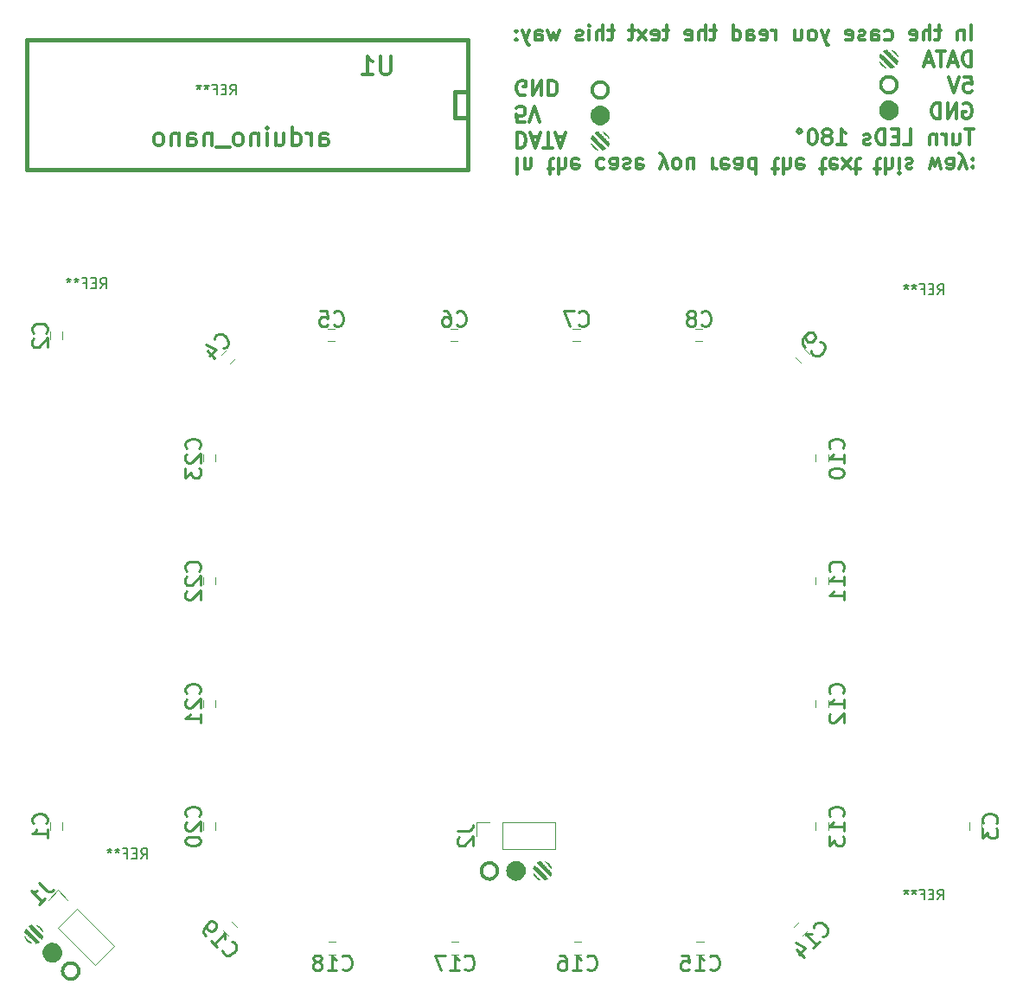
<source format=gbo>
G04 #@! TF.FileFunction,Legend,Bot*
%FSLAX46Y46*%
G04 Gerber Fmt 4.6, Leading zero omitted, Abs format (unit mm)*
G04 Created by KiCad (PCBNEW 4.0.7) date 12/17/17 19:01:40*
%MOMM*%
%LPD*%
G01*
G04 APERTURE LIST*
%ADD10C,0.100000*%
%ADD11C,0.300000*%
%ADD12C,0.010000*%
%ADD13C,0.120000*%
%ADD14C,0.381000*%
%ADD15C,0.225000*%
%ADD16C,0.150000*%
%ADD17C,0.304800*%
G04 APERTURE END LIST*
D10*
D11*
X184642857Y-56178571D02*
X184642857Y-54678571D01*
X183928571Y-55178571D02*
X183928571Y-56178571D01*
X183928571Y-55321429D02*
X183857143Y-55250000D01*
X183714285Y-55178571D01*
X183500000Y-55178571D01*
X183357143Y-55250000D01*
X183285714Y-55392857D01*
X183285714Y-56178571D01*
X181642857Y-55178571D02*
X181071428Y-55178571D01*
X181428571Y-54678571D02*
X181428571Y-55964286D01*
X181357143Y-56107143D01*
X181214285Y-56178571D01*
X181071428Y-56178571D01*
X180571428Y-56178571D02*
X180571428Y-54678571D01*
X179928571Y-56178571D02*
X179928571Y-55392857D01*
X180000000Y-55250000D01*
X180142857Y-55178571D01*
X180357142Y-55178571D01*
X180500000Y-55250000D01*
X180571428Y-55321429D01*
X178642857Y-56107143D02*
X178785714Y-56178571D01*
X179071428Y-56178571D01*
X179214285Y-56107143D01*
X179285714Y-55964286D01*
X179285714Y-55392857D01*
X179214285Y-55250000D01*
X179071428Y-55178571D01*
X178785714Y-55178571D01*
X178642857Y-55250000D01*
X178571428Y-55392857D01*
X178571428Y-55535714D01*
X179285714Y-55678571D01*
X176142857Y-56107143D02*
X176285714Y-56178571D01*
X176571428Y-56178571D01*
X176714286Y-56107143D01*
X176785714Y-56035714D01*
X176857143Y-55892857D01*
X176857143Y-55464286D01*
X176785714Y-55321429D01*
X176714286Y-55250000D01*
X176571428Y-55178571D01*
X176285714Y-55178571D01*
X176142857Y-55250000D01*
X174857143Y-56178571D02*
X174857143Y-55392857D01*
X174928572Y-55250000D01*
X175071429Y-55178571D01*
X175357143Y-55178571D01*
X175500000Y-55250000D01*
X174857143Y-56107143D02*
X175000000Y-56178571D01*
X175357143Y-56178571D01*
X175500000Y-56107143D01*
X175571429Y-55964286D01*
X175571429Y-55821429D01*
X175500000Y-55678571D01*
X175357143Y-55607143D01*
X175000000Y-55607143D01*
X174857143Y-55535714D01*
X174214286Y-56107143D02*
X174071429Y-56178571D01*
X173785714Y-56178571D01*
X173642857Y-56107143D01*
X173571429Y-55964286D01*
X173571429Y-55892857D01*
X173642857Y-55750000D01*
X173785714Y-55678571D01*
X174000000Y-55678571D01*
X174142857Y-55607143D01*
X174214286Y-55464286D01*
X174214286Y-55392857D01*
X174142857Y-55250000D01*
X174000000Y-55178571D01*
X173785714Y-55178571D01*
X173642857Y-55250000D01*
X172357143Y-56107143D02*
X172500000Y-56178571D01*
X172785714Y-56178571D01*
X172928571Y-56107143D01*
X173000000Y-55964286D01*
X173000000Y-55392857D01*
X172928571Y-55250000D01*
X172785714Y-55178571D01*
X172500000Y-55178571D01*
X172357143Y-55250000D01*
X172285714Y-55392857D01*
X172285714Y-55535714D01*
X173000000Y-55678571D01*
X170642857Y-55178571D02*
X170285714Y-56178571D01*
X169928572Y-55178571D02*
X170285714Y-56178571D01*
X170428572Y-56535714D01*
X170500000Y-56607143D01*
X170642857Y-56678571D01*
X169142857Y-56178571D02*
X169285715Y-56107143D01*
X169357143Y-56035714D01*
X169428572Y-55892857D01*
X169428572Y-55464286D01*
X169357143Y-55321429D01*
X169285715Y-55250000D01*
X169142857Y-55178571D01*
X168928572Y-55178571D01*
X168785715Y-55250000D01*
X168714286Y-55321429D01*
X168642857Y-55464286D01*
X168642857Y-55892857D01*
X168714286Y-56035714D01*
X168785715Y-56107143D01*
X168928572Y-56178571D01*
X169142857Y-56178571D01*
X167357143Y-55178571D02*
X167357143Y-56178571D01*
X168000000Y-55178571D02*
X168000000Y-55964286D01*
X167928572Y-56107143D01*
X167785714Y-56178571D01*
X167571429Y-56178571D01*
X167428572Y-56107143D01*
X167357143Y-56035714D01*
X165500000Y-56178571D02*
X165500000Y-55178571D01*
X165500000Y-55464286D02*
X165428572Y-55321429D01*
X165357143Y-55250000D01*
X165214286Y-55178571D01*
X165071429Y-55178571D01*
X164000001Y-56107143D02*
X164142858Y-56178571D01*
X164428572Y-56178571D01*
X164571429Y-56107143D01*
X164642858Y-55964286D01*
X164642858Y-55392857D01*
X164571429Y-55250000D01*
X164428572Y-55178571D01*
X164142858Y-55178571D01*
X164000001Y-55250000D01*
X163928572Y-55392857D01*
X163928572Y-55535714D01*
X164642858Y-55678571D01*
X162642858Y-56178571D02*
X162642858Y-55392857D01*
X162714287Y-55250000D01*
X162857144Y-55178571D01*
X163142858Y-55178571D01*
X163285715Y-55250000D01*
X162642858Y-56107143D02*
X162785715Y-56178571D01*
X163142858Y-56178571D01*
X163285715Y-56107143D01*
X163357144Y-55964286D01*
X163357144Y-55821429D01*
X163285715Y-55678571D01*
X163142858Y-55607143D01*
X162785715Y-55607143D01*
X162642858Y-55535714D01*
X161285715Y-56178571D02*
X161285715Y-54678571D01*
X161285715Y-56107143D02*
X161428572Y-56178571D01*
X161714286Y-56178571D01*
X161857144Y-56107143D01*
X161928572Y-56035714D01*
X162000001Y-55892857D01*
X162000001Y-55464286D01*
X161928572Y-55321429D01*
X161857144Y-55250000D01*
X161714286Y-55178571D01*
X161428572Y-55178571D01*
X161285715Y-55250000D01*
X159642858Y-55178571D02*
X159071429Y-55178571D01*
X159428572Y-54678571D02*
X159428572Y-55964286D01*
X159357144Y-56107143D01*
X159214286Y-56178571D01*
X159071429Y-56178571D01*
X158571429Y-56178571D02*
X158571429Y-54678571D01*
X157928572Y-56178571D02*
X157928572Y-55392857D01*
X158000001Y-55250000D01*
X158142858Y-55178571D01*
X158357143Y-55178571D01*
X158500001Y-55250000D01*
X158571429Y-55321429D01*
X156642858Y-56107143D02*
X156785715Y-56178571D01*
X157071429Y-56178571D01*
X157214286Y-56107143D01*
X157285715Y-55964286D01*
X157285715Y-55392857D01*
X157214286Y-55250000D01*
X157071429Y-55178571D01*
X156785715Y-55178571D01*
X156642858Y-55250000D01*
X156571429Y-55392857D01*
X156571429Y-55535714D01*
X157285715Y-55678571D01*
X155000001Y-55178571D02*
X154428572Y-55178571D01*
X154785715Y-54678571D02*
X154785715Y-55964286D01*
X154714287Y-56107143D01*
X154571429Y-56178571D01*
X154428572Y-56178571D01*
X153357144Y-56107143D02*
X153500001Y-56178571D01*
X153785715Y-56178571D01*
X153928572Y-56107143D01*
X154000001Y-55964286D01*
X154000001Y-55392857D01*
X153928572Y-55250000D01*
X153785715Y-55178571D01*
X153500001Y-55178571D01*
X153357144Y-55250000D01*
X153285715Y-55392857D01*
X153285715Y-55535714D01*
X154000001Y-55678571D01*
X152785715Y-56178571D02*
X152000001Y-55178571D01*
X152785715Y-55178571D02*
X152000001Y-56178571D01*
X151642858Y-55178571D02*
X151071429Y-55178571D01*
X151428572Y-54678571D02*
X151428572Y-55964286D01*
X151357144Y-56107143D01*
X151214286Y-56178571D01*
X151071429Y-56178571D01*
X149642858Y-55178571D02*
X149071429Y-55178571D01*
X149428572Y-54678571D02*
X149428572Y-55964286D01*
X149357144Y-56107143D01*
X149214286Y-56178571D01*
X149071429Y-56178571D01*
X148571429Y-56178571D02*
X148571429Y-54678571D01*
X147928572Y-56178571D02*
X147928572Y-55392857D01*
X148000001Y-55250000D01*
X148142858Y-55178571D01*
X148357143Y-55178571D01*
X148500001Y-55250000D01*
X148571429Y-55321429D01*
X147214286Y-56178571D02*
X147214286Y-55178571D01*
X147214286Y-54678571D02*
X147285715Y-54750000D01*
X147214286Y-54821429D01*
X147142858Y-54750000D01*
X147214286Y-54678571D01*
X147214286Y-54821429D01*
X146571429Y-56107143D02*
X146428572Y-56178571D01*
X146142857Y-56178571D01*
X146000000Y-56107143D01*
X145928572Y-55964286D01*
X145928572Y-55892857D01*
X146000000Y-55750000D01*
X146142857Y-55678571D01*
X146357143Y-55678571D01*
X146500000Y-55607143D01*
X146571429Y-55464286D01*
X146571429Y-55392857D01*
X146500000Y-55250000D01*
X146357143Y-55178571D01*
X146142857Y-55178571D01*
X146000000Y-55250000D01*
X144285714Y-55178571D02*
X144000000Y-56178571D01*
X143714286Y-55464286D01*
X143428571Y-56178571D01*
X143142857Y-55178571D01*
X141928571Y-56178571D02*
X141928571Y-55392857D01*
X142000000Y-55250000D01*
X142142857Y-55178571D01*
X142428571Y-55178571D01*
X142571428Y-55250000D01*
X141928571Y-56107143D02*
X142071428Y-56178571D01*
X142428571Y-56178571D01*
X142571428Y-56107143D01*
X142642857Y-55964286D01*
X142642857Y-55821429D01*
X142571428Y-55678571D01*
X142428571Y-55607143D01*
X142071428Y-55607143D01*
X141928571Y-55535714D01*
X141357142Y-55178571D02*
X140999999Y-56178571D01*
X140642857Y-55178571D02*
X140999999Y-56178571D01*
X141142857Y-56535714D01*
X141214285Y-56607143D01*
X141357142Y-56678571D01*
X140071428Y-56035714D02*
X140000000Y-56107143D01*
X140071428Y-56178571D01*
X140142857Y-56107143D01*
X140071428Y-56035714D01*
X140071428Y-56178571D01*
X140071428Y-55250000D02*
X140000000Y-55321429D01*
X140071428Y-55392857D01*
X140142857Y-55321429D01*
X140071428Y-55250000D01*
X140071428Y-55392857D01*
X184642857Y-58728571D02*
X184642857Y-57228571D01*
X184285714Y-57228571D01*
X184071429Y-57300000D01*
X183928571Y-57442857D01*
X183857143Y-57585714D01*
X183785714Y-57871429D01*
X183785714Y-58085714D01*
X183857143Y-58371429D01*
X183928571Y-58514286D01*
X184071429Y-58657143D01*
X184285714Y-58728571D01*
X184642857Y-58728571D01*
X183214286Y-58300000D02*
X182500000Y-58300000D01*
X183357143Y-58728571D02*
X182857143Y-57228571D01*
X182357143Y-58728571D01*
X182071429Y-57228571D02*
X181214286Y-57228571D01*
X181642857Y-58728571D02*
X181642857Y-57228571D01*
X180785715Y-58300000D02*
X180071429Y-58300000D01*
X180928572Y-58728571D02*
X180428572Y-57228571D01*
X179928572Y-58728571D01*
X183928571Y-59778571D02*
X184642857Y-59778571D01*
X184714286Y-60492857D01*
X184642857Y-60421429D01*
X184500000Y-60350000D01*
X184142857Y-60350000D01*
X184000000Y-60421429D01*
X183928571Y-60492857D01*
X183857143Y-60635714D01*
X183857143Y-60992857D01*
X183928571Y-61135714D01*
X184000000Y-61207143D01*
X184142857Y-61278571D01*
X184500000Y-61278571D01*
X184642857Y-61207143D01*
X184714286Y-61135714D01*
X183428572Y-59778571D02*
X182928572Y-61278571D01*
X182428572Y-59778571D01*
X183857143Y-62400000D02*
X184000000Y-62328571D01*
X184214286Y-62328571D01*
X184428571Y-62400000D01*
X184571429Y-62542857D01*
X184642857Y-62685714D01*
X184714286Y-62971429D01*
X184714286Y-63185714D01*
X184642857Y-63471429D01*
X184571429Y-63614286D01*
X184428571Y-63757143D01*
X184214286Y-63828571D01*
X184071429Y-63828571D01*
X183857143Y-63757143D01*
X183785714Y-63685714D01*
X183785714Y-63185714D01*
X184071429Y-63185714D01*
X183142857Y-63828571D02*
X183142857Y-62328571D01*
X182285714Y-63828571D01*
X182285714Y-62328571D01*
X181571428Y-63828571D02*
X181571428Y-62328571D01*
X181214285Y-62328571D01*
X181000000Y-62400000D01*
X180857142Y-62542857D01*
X180785714Y-62685714D01*
X180714285Y-62971429D01*
X180714285Y-63185714D01*
X180785714Y-63471429D01*
X180857142Y-63614286D01*
X181000000Y-63757143D01*
X181214285Y-63828571D01*
X181571428Y-63828571D01*
X184857143Y-64878571D02*
X184000000Y-64878571D01*
X184428571Y-66378571D02*
X184428571Y-64878571D01*
X182857143Y-65378571D02*
X182857143Y-66378571D01*
X183500000Y-65378571D02*
X183500000Y-66164286D01*
X183428572Y-66307143D01*
X183285714Y-66378571D01*
X183071429Y-66378571D01*
X182928572Y-66307143D01*
X182857143Y-66235714D01*
X182142857Y-66378571D02*
X182142857Y-65378571D01*
X182142857Y-65664286D02*
X182071429Y-65521429D01*
X182000000Y-65450000D01*
X181857143Y-65378571D01*
X181714286Y-65378571D01*
X181214286Y-65378571D02*
X181214286Y-66378571D01*
X181214286Y-65521429D02*
X181142858Y-65450000D01*
X181000000Y-65378571D01*
X180785715Y-65378571D01*
X180642858Y-65450000D01*
X180571429Y-65592857D01*
X180571429Y-66378571D01*
X178000000Y-66378571D02*
X178714286Y-66378571D01*
X178714286Y-64878571D01*
X177500000Y-65592857D02*
X177000000Y-65592857D01*
X176785714Y-66378571D02*
X177500000Y-66378571D01*
X177500000Y-64878571D01*
X176785714Y-64878571D01*
X176142857Y-66378571D02*
X176142857Y-64878571D01*
X175785714Y-64878571D01*
X175571429Y-64950000D01*
X175428571Y-65092857D01*
X175357143Y-65235714D01*
X175285714Y-65521429D01*
X175285714Y-65735714D01*
X175357143Y-66021429D01*
X175428571Y-66164286D01*
X175571429Y-66307143D01*
X175785714Y-66378571D01*
X176142857Y-66378571D01*
X174714286Y-66307143D02*
X174571429Y-66378571D01*
X174285714Y-66378571D01*
X174142857Y-66307143D01*
X174071429Y-66164286D01*
X174071429Y-66092857D01*
X174142857Y-65950000D01*
X174285714Y-65878571D01*
X174500000Y-65878571D01*
X174642857Y-65807143D01*
X174714286Y-65664286D01*
X174714286Y-65592857D01*
X174642857Y-65450000D01*
X174500000Y-65378571D01*
X174285714Y-65378571D01*
X174142857Y-65450000D01*
X171500000Y-66378571D02*
X172357143Y-66378571D01*
X171928571Y-66378571D02*
X171928571Y-64878571D01*
X172071428Y-65092857D01*
X172214286Y-65235714D01*
X172357143Y-65307143D01*
X170642857Y-65521429D02*
X170785715Y-65450000D01*
X170857143Y-65378571D01*
X170928572Y-65235714D01*
X170928572Y-65164286D01*
X170857143Y-65021429D01*
X170785715Y-64950000D01*
X170642857Y-64878571D01*
X170357143Y-64878571D01*
X170214286Y-64950000D01*
X170142857Y-65021429D01*
X170071429Y-65164286D01*
X170071429Y-65235714D01*
X170142857Y-65378571D01*
X170214286Y-65450000D01*
X170357143Y-65521429D01*
X170642857Y-65521429D01*
X170785715Y-65592857D01*
X170857143Y-65664286D01*
X170928572Y-65807143D01*
X170928572Y-66092857D01*
X170857143Y-66235714D01*
X170785715Y-66307143D01*
X170642857Y-66378571D01*
X170357143Y-66378571D01*
X170214286Y-66307143D01*
X170142857Y-66235714D01*
X170071429Y-66092857D01*
X170071429Y-65807143D01*
X170142857Y-65664286D01*
X170214286Y-65592857D01*
X170357143Y-65521429D01*
X169142858Y-64878571D02*
X169000001Y-64878571D01*
X168857144Y-64950000D01*
X168785715Y-65021429D01*
X168714286Y-65164286D01*
X168642858Y-65450000D01*
X168642858Y-65807143D01*
X168714286Y-66092857D01*
X168785715Y-66235714D01*
X168857144Y-66307143D01*
X169000001Y-66378571D01*
X169142858Y-66378571D01*
X169285715Y-66307143D01*
X169357144Y-66235714D01*
X169428572Y-66092857D01*
X169500001Y-65807143D01*
X169500001Y-65450000D01*
X169428572Y-65164286D01*
X169357144Y-65021429D01*
X169285715Y-64950000D01*
X169142858Y-64878571D01*
X167785715Y-64878571D02*
X167928573Y-64950000D01*
X168000001Y-65092857D01*
X167928573Y-65235714D01*
X167785715Y-65307143D01*
X167642858Y-65235714D01*
X167571430Y-65092857D01*
X167642858Y-64950000D01*
X167785715Y-64878571D01*
X140157143Y-67746429D02*
X140157143Y-69246429D01*
X140871429Y-68746429D02*
X140871429Y-67746429D01*
X140871429Y-68603571D02*
X140942857Y-68675000D01*
X141085715Y-68746429D01*
X141300000Y-68746429D01*
X141442857Y-68675000D01*
X141514286Y-68532143D01*
X141514286Y-67746429D01*
X143157143Y-68746429D02*
X143728572Y-68746429D01*
X143371429Y-69246429D02*
X143371429Y-67960714D01*
X143442857Y-67817857D01*
X143585715Y-67746429D01*
X143728572Y-67746429D01*
X144228572Y-67746429D02*
X144228572Y-69246429D01*
X144871429Y-67746429D02*
X144871429Y-68532143D01*
X144800000Y-68675000D01*
X144657143Y-68746429D01*
X144442858Y-68746429D01*
X144300000Y-68675000D01*
X144228572Y-68603571D01*
X146157143Y-67817857D02*
X146014286Y-67746429D01*
X145728572Y-67746429D01*
X145585715Y-67817857D01*
X145514286Y-67960714D01*
X145514286Y-68532143D01*
X145585715Y-68675000D01*
X145728572Y-68746429D01*
X146014286Y-68746429D01*
X146157143Y-68675000D01*
X146228572Y-68532143D01*
X146228572Y-68389286D01*
X145514286Y-68246429D01*
X148657143Y-67817857D02*
X148514286Y-67746429D01*
X148228572Y-67746429D01*
X148085714Y-67817857D01*
X148014286Y-67889286D01*
X147942857Y-68032143D01*
X147942857Y-68460714D01*
X148014286Y-68603571D01*
X148085714Y-68675000D01*
X148228572Y-68746429D01*
X148514286Y-68746429D01*
X148657143Y-68675000D01*
X149942857Y-67746429D02*
X149942857Y-68532143D01*
X149871428Y-68675000D01*
X149728571Y-68746429D01*
X149442857Y-68746429D01*
X149300000Y-68675000D01*
X149942857Y-67817857D02*
X149800000Y-67746429D01*
X149442857Y-67746429D01*
X149300000Y-67817857D01*
X149228571Y-67960714D01*
X149228571Y-68103571D01*
X149300000Y-68246429D01*
X149442857Y-68317857D01*
X149800000Y-68317857D01*
X149942857Y-68389286D01*
X150585714Y-67817857D02*
X150728571Y-67746429D01*
X151014286Y-67746429D01*
X151157143Y-67817857D01*
X151228571Y-67960714D01*
X151228571Y-68032143D01*
X151157143Y-68175000D01*
X151014286Y-68246429D01*
X150800000Y-68246429D01*
X150657143Y-68317857D01*
X150585714Y-68460714D01*
X150585714Y-68532143D01*
X150657143Y-68675000D01*
X150800000Y-68746429D01*
X151014286Y-68746429D01*
X151157143Y-68675000D01*
X152442857Y-67817857D02*
X152300000Y-67746429D01*
X152014286Y-67746429D01*
X151871429Y-67817857D01*
X151800000Y-67960714D01*
X151800000Y-68532143D01*
X151871429Y-68675000D01*
X152014286Y-68746429D01*
X152300000Y-68746429D01*
X152442857Y-68675000D01*
X152514286Y-68532143D01*
X152514286Y-68389286D01*
X151800000Y-68246429D01*
X154157143Y-68746429D02*
X154514286Y-67746429D01*
X154871428Y-68746429D02*
X154514286Y-67746429D01*
X154371428Y-67389286D01*
X154300000Y-67317857D01*
X154157143Y-67246429D01*
X155657143Y-67746429D02*
X155514285Y-67817857D01*
X155442857Y-67889286D01*
X155371428Y-68032143D01*
X155371428Y-68460714D01*
X155442857Y-68603571D01*
X155514285Y-68675000D01*
X155657143Y-68746429D01*
X155871428Y-68746429D01*
X156014285Y-68675000D01*
X156085714Y-68603571D01*
X156157143Y-68460714D01*
X156157143Y-68032143D01*
X156085714Y-67889286D01*
X156014285Y-67817857D01*
X155871428Y-67746429D01*
X155657143Y-67746429D01*
X157442857Y-68746429D02*
X157442857Y-67746429D01*
X156800000Y-68746429D02*
X156800000Y-67960714D01*
X156871428Y-67817857D01*
X157014286Y-67746429D01*
X157228571Y-67746429D01*
X157371428Y-67817857D01*
X157442857Y-67889286D01*
X159300000Y-67746429D02*
X159300000Y-68746429D01*
X159300000Y-68460714D02*
X159371428Y-68603571D01*
X159442857Y-68675000D01*
X159585714Y-68746429D01*
X159728571Y-68746429D01*
X160799999Y-67817857D02*
X160657142Y-67746429D01*
X160371428Y-67746429D01*
X160228571Y-67817857D01*
X160157142Y-67960714D01*
X160157142Y-68532143D01*
X160228571Y-68675000D01*
X160371428Y-68746429D01*
X160657142Y-68746429D01*
X160799999Y-68675000D01*
X160871428Y-68532143D01*
X160871428Y-68389286D01*
X160157142Y-68246429D01*
X162157142Y-67746429D02*
X162157142Y-68532143D01*
X162085713Y-68675000D01*
X161942856Y-68746429D01*
X161657142Y-68746429D01*
X161514285Y-68675000D01*
X162157142Y-67817857D02*
X162014285Y-67746429D01*
X161657142Y-67746429D01*
X161514285Y-67817857D01*
X161442856Y-67960714D01*
X161442856Y-68103571D01*
X161514285Y-68246429D01*
X161657142Y-68317857D01*
X162014285Y-68317857D01*
X162157142Y-68389286D01*
X163514285Y-67746429D02*
X163514285Y-69246429D01*
X163514285Y-67817857D02*
X163371428Y-67746429D01*
X163085714Y-67746429D01*
X162942856Y-67817857D01*
X162871428Y-67889286D01*
X162799999Y-68032143D01*
X162799999Y-68460714D01*
X162871428Y-68603571D01*
X162942856Y-68675000D01*
X163085714Y-68746429D01*
X163371428Y-68746429D01*
X163514285Y-68675000D01*
X165157142Y-68746429D02*
X165728571Y-68746429D01*
X165371428Y-69246429D02*
X165371428Y-67960714D01*
X165442856Y-67817857D01*
X165585714Y-67746429D01*
X165728571Y-67746429D01*
X166228571Y-67746429D02*
X166228571Y-69246429D01*
X166871428Y-67746429D02*
X166871428Y-68532143D01*
X166799999Y-68675000D01*
X166657142Y-68746429D01*
X166442857Y-68746429D01*
X166299999Y-68675000D01*
X166228571Y-68603571D01*
X168157142Y-67817857D02*
X168014285Y-67746429D01*
X167728571Y-67746429D01*
X167585714Y-67817857D01*
X167514285Y-67960714D01*
X167514285Y-68532143D01*
X167585714Y-68675000D01*
X167728571Y-68746429D01*
X168014285Y-68746429D01*
X168157142Y-68675000D01*
X168228571Y-68532143D01*
X168228571Y-68389286D01*
X167514285Y-68246429D01*
X169799999Y-68746429D02*
X170371428Y-68746429D01*
X170014285Y-69246429D02*
X170014285Y-67960714D01*
X170085713Y-67817857D01*
X170228571Y-67746429D01*
X170371428Y-67746429D01*
X171442856Y-67817857D02*
X171299999Y-67746429D01*
X171014285Y-67746429D01*
X170871428Y-67817857D01*
X170799999Y-67960714D01*
X170799999Y-68532143D01*
X170871428Y-68675000D01*
X171014285Y-68746429D01*
X171299999Y-68746429D01*
X171442856Y-68675000D01*
X171514285Y-68532143D01*
X171514285Y-68389286D01*
X170799999Y-68246429D01*
X172014285Y-67746429D02*
X172799999Y-68746429D01*
X172014285Y-68746429D02*
X172799999Y-67746429D01*
X173157142Y-68746429D02*
X173728571Y-68746429D01*
X173371428Y-69246429D02*
X173371428Y-67960714D01*
X173442856Y-67817857D01*
X173585714Y-67746429D01*
X173728571Y-67746429D01*
X175157142Y-68746429D02*
X175728571Y-68746429D01*
X175371428Y-69246429D02*
X175371428Y-67960714D01*
X175442856Y-67817857D01*
X175585714Y-67746429D01*
X175728571Y-67746429D01*
X176228571Y-67746429D02*
X176228571Y-69246429D01*
X176871428Y-67746429D02*
X176871428Y-68532143D01*
X176799999Y-68675000D01*
X176657142Y-68746429D01*
X176442857Y-68746429D01*
X176299999Y-68675000D01*
X176228571Y-68603571D01*
X177585714Y-67746429D02*
X177585714Y-68746429D01*
X177585714Y-69246429D02*
X177514285Y-69175000D01*
X177585714Y-69103571D01*
X177657142Y-69175000D01*
X177585714Y-69246429D01*
X177585714Y-69103571D01*
X178228571Y-67817857D02*
X178371428Y-67746429D01*
X178657143Y-67746429D01*
X178800000Y-67817857D01*
X178871428Y-67960714D01*
X178871428Y-68032143D01*
X178800000Y-68175000D01*
X178657143Y-68246429D01*
X178442857Y-68246429D01*
X178300000Y-68317857D01*
X178228571Y-68460714D01*
X178228571Y-68532143D01*
X178300000Y-68675000D01*
X178442857Y-68746429D01*
X178657143Y-68746429D01*
X178800000Y-68675000D01*
X180514286Y-68746429D02*
X180800000Y-67746429D01*
X181085714Y-68460714D01*
X181371429Y-67746429D01*
X181657143Y-68746429D01*
X182871429Y-67746429D02*
X182871429Y-68532143D01*
X182800000Y-68675000D01*
X182657143Y-68746429D01*
X182371429Y-68746429D01*
X182228572Y-68675000D01*
X182871429Y-67817857D02*
X182728572Y-67746429D01*
X182371429Y-67746429D01*
X182228572Y-67817857D01*
X182157143Y-67960714D01*
X182157143Y-68103571D01*
X182228572Y-68246429D01*
X182371429Y-68317857D01*
X182728572Y-68317857D01*
X182871429Y-68389286D01*
X183442858Y-68746429D02*
X183800001Y-67746429D01*
X184157143Y-68746429D02*
X183800001Y-67746429D01*
X183657143Y-67389286D01*
X183585715Y-67317857D01*
X183442858Y-67246429D01*
X184728572Y-67889286D02*
X184800000Y-67817857D01*
X184728572Y-67746429D01*
X184657143Y-67817857D01*
X184728572Y-67889286D01*
X184728572Y-67746429D01*
X184728572Y-68675000D02*
X184800000Y-68603571D01*
X184728572Y-68532143D01*
X184657143Y-68603571D01*
X184728572Y-68675000D01*
X184728572Y-68532143D01*
X140157143Y-65196429D02*
X140157143Y-66696429D01*
X140514286Y-66696429D01*
X140728571Y-66625000D01*
X140871429Y-66482143D01*
X140942857Y-66339286D01*
X141014286Y-66053571D01*
X141014286Y-65839286D01*
X140942857Y-65553571D01*
X140871429Y-65410714D01*
X140728571Y-65267857D01*
X140514286Y-65196429D01*
X140157143Y-65196429D01*
X141585714Y-65625000D02*
X142300000Y-65625000D01*
X141442857Y-65196429D02*
X141942857Y-66696429D01*
X142442857Y-65196429D01*
X142728571Y-66696429D02*
X143585714Y-66696429D01*
X143157143Y-65196429D02*
X143157143Y-66696429D01*
X144014285Y-65625000D02*
X144728571Y-65625000D01*
X143871428Y-65196429D02*
X144371428Y-66696429D01*
X144871428Y-65196429D01*
X140871429Y-64146429D02*
X140157143Y-64146429D01*
X140085714Y-63432143D01*
X140157143Y-63503571D01*
X140300000Y-63575000D01*
X140657143Y-63575000D01*
X140800000Y-63503571D01*
X140871429Y-63432143D01*
X140942857Y-63289286D01*
X140942857Y-62932143D01*
X140871429Y-62789286D01*
X140800000Y-62717857D01*
X140657143Y-62646429D01*
X140300000Y-62646429D01*
X140157143Y-62717857D01*
X140085714Y-62789286D01*
X141371428Y-64146429D02*
X141871428Y-62646429D01*
X142371428Y-64146429D01*
X140942857Y-61525000D02*
X140800000Y-61596429D01*
X140585714Y-61596429D01*
X140371429Y-61525000D01*
X140228571Y-61382143D01*
X140157143Y-61239286D01*
X140085714Y-60953571D01*
X140085714Y-60739286D01*
X140157143Y-60453571D01*
X140228571Y-60310714D01*
X140371429Y-60167857D01*
X140585714Y-60096429D01*
X140728571Y-60096429D01*
X140942857Y-60167857D01*
X141014286Y-60239286D01*
X141014286Y-60739286D01*
X140728571Y-60739286D01*
X141657143Y-60096429D02*
X141657143Y-61596429D01*
X142514286Y-60096429D01*
X142514286Y-61596429D01*
X143228572Y-60096429D02*
X143228572Y-61596429D01*
X143585715Y-61596429D01*
X143800000Y-61525000D01*
X143942858Y-61382143D01*
X144014286Y-61239286D01*
X144085715Y-60953571D01*
X144085715Y-60739286D01*
X144014286Y-60453571D01*
X143942858Y-60310714D01*
X143800000Y-60167857D01*
X143585715Y-60096429D01*
X143228572Y-60096429D01*
D12*
G36*
X137437258Y-138311223D02*
X137495230Y-138308547D01*
X137547513Y-138303364D01*
X137585310Y-138296870D01*
X137693123Y-138266828D01*
X137794227Y-138226201D01*
X137888139Y-138175473D01*
X137974372Y-138115129D01*
X138052442Y-138045655D01*
X138121863Y-137967535D01*
X138182152Y-137881255D01*
X138232821Y-137787299D01*
X138273387Y-137686154D01*
X138303219Y-137578961D01*
X138310566Y-137534512D01*
X138315408Y-137481241D01*
X138317743Y-137422775D01*
X138317572Y-137362742D01*
X138314896Y-137304770D01*
X138309713Y-137252487D01*
X138303219Y-137214690D01*
X138273339Y-137107579D01*
X138232857Y-137006912D01*
X138182311Y-136913230D01*
X138122241Y-136827074D01*
X138053189Y-136748987D01*
X137975693Y-136679510D01*
X137890293Y-136619184D01*
X137797530Y-136568552D01*
X137697944Y-136528155D01*
X137592074Y-136498534D01*
X137588558Y-136497764D01*
X137553030Y-136491845D01*
X137508505Y-136487136D01*
X137458645Y-136483775D01*
X137407108Y-136481904D01*
X137357554Y-136481660D01*
X137313642Y-136483185D01*
X137282623Y-136486093D01*
X137177837Y-136506872D01*
X137076666Y-136539447D01*
X136980141Y-136583209D01*
X136889291Y-136637551D01*
X136805143Y-136701863D01*
X136728728Y-136775538D01*
X136666781Y-136850201D01*
X136608243Y-136939357D01*
X136561003Y-137033475D01*
X136525157Y-137131533D01*
X136500801Y-137232510D01*
X136488032Y-137335384D01*
X136487443Y-137391743D01*
X136735670Y-137391743D01*
X136738127Y-137332940D01*
X136744477Y-137278993D01*
X136751416Y-137245699D01*
X136780899Y-137156275D01*
X136820632Y-137073510D01*
X136869890Y-136998073D01*
X136927948Y-136930629D01*
X136994079Y-136871844D01*
X137067560Y-136822386D01*
X137147665Y-136782920D01*
X137233669Y-136754113D01*
X137301822Y-136739869D01*
X137337340Y-136736426D01*
X137381059Y-136735421D01*
X137428831Y-136736657D01*
X137476508Y-136739935D01*
X137519945Y-136745058D01*
X137554993Y-136751829D01*
X137555575Y-136751978D01*
X137646134Y-136781580D01*
X137729415Y-136821427D01*
X137804938Y-136871041D01*
X137872222Y-136929939D01*
X137930789Y-136997642D01*
X137980157Y-137073669D01*
X138019846Y-137157539D01*
X138048583Y-137245699D01*
X138054591Y-137270931D01*
X138058733Y-137294798D01*
X138061326Y-137320667D01*
X138062688Y-137351903D01*
X138063138Y-137391874D01*
X138063147Y-137400000D01*
X138062824Y-137441842D01*
X138061643Y-137474361D01*
X138059288Y-137500924D01*
X138055440Y-137524898D01*
X138049781Y-137549650D01*
X138048583Y-137554302D01*
X138018686Y-137645453D01*
X137978676Y-137729159D01*
X137929012Y-137804959D01*
X137870156Y-137872392D01*
X137802568Y-137930996D01*
X137726708Y-137980309D01*
X137643038Y-138019870D01*
X137555575Y-138048303D01*
X137529976Y-138054408D01*
X137506042Y-138058619D01*
X137480373Y-138061261D01*
X137449570Y-138062658D01*
X137410232Y-138063134D01*
X137400000Y-138063148D01*
X137358306Y-138062831D01*
X137325901Y-138061667D01*
X137299386Y-138059330D01*
X137275361Y-138055495D01*
X137250425Y-138049839D01*
X137244425Y-138048303D01*
X137154340Y-138018660D01*
X137071229Y-137978618D01*
X136995658Y-137928745D01*
X136928195Y-137869608D01*
X136869406Y-137801776D01*
X136819859Y-137725816D01*
X136780121Y-137642295D01*
X136751628Y-137555150D01*
X136742423Y-137507062D01*
X136737103Y-137451188D01*
X136735670Y-137391743D01*
X136487443Y-137391743D01*
X136486946Y-137439134D01*
X136497638Y-137542736D01*
X136520205Y-137645170D01*
X136554743Y-137745414D01*
X136577713Y-137796849D01*
X136630044Y-137890835D01*
X136692009Y-137976822D01*
X136763031Y-138054362D01*
X136842529Y-138123004D01*
X136929926Y-138182298D01*
X137024643Y-138231795D01*
X137126100Y-138271044D01*
X137221039Y-138296870D01*
X137265488Y-138304217D01*
X137318759Y-138309059D01*
X137377225Y-138311394D01*
X137437258Y-138311223D01*
X137437258Y-138311223D01*
G37*
X137437258Y-138311223D02*
X137495230Y-138308547D01*
X137547513Y-138303364D01*
X137585310Y-138296870D01*
X137693123Y-138266828D01*
X137794227Y-138226201D01*
X137888139Y-138175473D01*
X137974372Y-138115129D01*
X138052442Y-138045655D01*
X138121863Y-137967535D01*
X138182152Y-137881255D01*
X138232821Y-137787299D01*
X138273387Y-137686154D01*
X138303219Y-137578961D01*
X138310566Y-137534512D01*
X138315408Y-137481241D01*
X138317743Y-137422775D01*
X138317572Y-137362742D01*
X138314896Y-137304770D01*
X138309713Y-137252487D01*
X138303219Y-137214690D01*
X138273339Y-137107579D01*
X138232857Y-137006912D01*
X138182311Y-136913230D01*
X138122241Y-136827074D01*
X138053189Y-136748987D01*
X137975693Y-136679510D01*
X137890293Y-136619184D01*
X137797530Y-136568552D01*
X137697944Y-136528155D01*
X137592074Y-136498534D01*
X137588558Y-136497764D01*
X137553030Y-136491845D01*
X137508505Y-136487136D01*
X137458645Y-136483775D01*
X137407108Y-136481904D01*
X137357554Y-136481660D01*
X137313642Y-136483185D01*
X137282623Y-136486093D01*
X137177837Y-136506872D01*
X137076666Y-136539447D01*
X136980141Y-136583209D01*
X136889291Y-136637551D01*
X136805143Y-136701863D01*
X136728728Y-136775538D01*
X136666781Y-136850201D01*
X136608243Y-136939357D01*
X136561003Y-137033475D01*
X136525157Y-137131533D01*
X136500801Y-137232510D01*
X136488032Y-137335384D01*
X136487443Y-137391743D01*
X136735670Y-137391743D01*
X136738127Y-137332940D01*
X136744477Y-137278993D01*
X136751416Y-137245699D01*
X136780899Y-137156275D01*
X136820632Y-137073510D01*
X136869890Y-136998073D01*
X136927948Y-136930629D01*
X136994079Y-136871844D01*
X137067560Y-136822386D01*
X137147665Y-136782920D01*
X137233669Y-136754113D01*
X137301822Y-136739869D01*
X137337340Y-136736426D01*
X137381059Y-136735421D01*
X137428831Y-136736657D01*
X137476508Y-136739935D01*
X137519945Y-136745058D01*
X137554993Y-136751829D01*
X137555575Y-136751978D01*
X137646134Y-136781580D01*
X137729415Y-136821427D01*
X137804938Y-136871041D01*
X137872222Y-136929939D01*
X137930789Y-136997642D01*
X137980157Y-137073669D01*
X138019846Y-137157539D01*
X138048583Y-137245699D01*
X138054591Y-137270931D01*
X138058733Y-137294798D01*
X138061326Y-137320667D01*
X138062688Y-137351903D01*
X138063138Y-137391874D01*
X138063147Y-137400000D01*
X138062824Y-137441842D01*
X138061643Y-137474361D01*
X138059288Y-137500924D01*
X138055440Y-137524898D01*
X138049781Y-137549650D01*
X138048583Y-137554302D01*
X138018686Y-137645453D01*
X137978676Y-137729159D01*
X137929012Y-137804959D01*
X137870156Y-137872392D01*
X137802568Y-137930996D01*
X137726708Y-137980309D01*
X137643038Y-138019870D01*
X137555575Y-138048303D01*
X137529976Y-138054408D01*
X137506042Y-138058619D01*
X137480373Y-138061261D01*
X137449570Y-138062658D01*
X137410232Y-138063134D01*
X137400000Y-138063148D01*
X137358306Y-138062831D01*
X137325901Y-138061667D01*
X137299386Y-138059330D01*
X137275361Y-138055495D01*
X137250425Y-138049839D01*
X137244425Y-138048303D01*
X137154340Y-138018660D01*
X137071229Y-137978618D01*
X136995658Y-137928745D01*
X136928195Y-137869608D01*
X136869406Y-137801776D01*
X136819859Y-137725816D01*
X136780121Y-137642295D01*
X136751628Y-137555150D01*
X136742423Y-137507062D01*
X136737103Y-137451188D01*
X136735670Y-137391743D01*
X136487443Y-137391743D01*
X136486946Y-137439134D01*
X136497638Y-137542736D01*
X136520205Y-137645170D01*
X136554743Y-137745414D01*
X136577713Y-137796849D01*
X136630044Y-137890835D01*
X136692009Y-137976822D01*
X136763031Y-138054362D01*
X136842529Y-138123004D01*
X136929926Y-138182298D01*
X137024643Y-138231795D01*
X137126100Y-138271044D01*
X137221039Y-138296870D01*
X137265488Y-138304217D01*
X137318759Y-138309059D01*
X137377225Y-138311394D01*
X137437258Y-138311223D01*
G36*
X143379808Y-137887249D02*
X143417147Y-137821923D01*
X143450632Y-137749845D01*
X143473510Y-137689082D01*
X143482457Y-137661575D01*
X143489630Y-137638053D01*
X143494176Y-137621408D01*
X143495349Y-137615083D01*
X143490944Y-137609399D01*
X143478172Y-137595454D01*
X143457697Y-137573911D01*
X143430184Y-137545435D01*
X143396298Y-137510690D01*
X143356705Y-137470341D01*
X143312068Y-137425051D01*
X143263053Y-137375485D01*
X143210325Y-137322308D01*
X143154548Y-137266182D01*
X143096387Y-137207774D01*
X143036507Y-137147747D01*
X142975573Y-137086765D01*
X142914250Y-137025492D01*
X142853202Y-136964593D01*
X142793095Y-136904733D01*
X142734593Y-136846574D01*
X142678360Y-136790783D01*
X142625063Y-136738022D01*
X142575366Y-136688956D01*
X142529933Y-136644250D01*
X142489429Y-136604568D01*
X142454520Y-136570574D01*
X142425869Y-136542932D01*
X142404143Y-136522306D01*
X142390005Y-136509362D01*
X142384121Y-136504762D01*
X142384086Y-136504760D01*
X142374400Y-136506752D01*
X142355667Y-136512051D01*
X142330834Y-136519786D01*
X142309877Y-136526696D01*
X142248087Y-136549657D01*
X142191601Y-136575606D01*
X142134149Y-136607484D01*
X142122091Y-136614769D01*
X142079157Y-136641010D01*
X142718866Y-137280742D01*
X143358574Y-137920473D01*
X143379808Y-137887249D01*
X143379808Y-137887249D01*
G37*
X143379808Y-137887249D02*
X143417147Y-137821923D01*
X143450632Y-137749845D01*
X143473510Y-137689082D01*
X143482457Y-137661575D01*
X143489630Y-137638053D01*
X143494176Y-137621408D01*
X143495349Y-137615083D01*
X143490944Y-137609399D01*
X143478172Y-137595454D01*
X143457697Y-137573911D01*
X143430184Y-137545435D01*
X143396298Y-137510690D01*
X143356705Y-137470341D01*
X143312068Y-137425051D01*
X143263053Y-137375485D01*
X143210325Y-137322308D01*
X143154548Y-137266182D01*
X143096387Y-137207774D01*
X143036507Y-137147747D01*
X142975573Y-137086765D01*
X142914250Y-137025492D01*
X142853202Y-136964593D01*
X142793095Y-136904733D01*
X142734593Y-136846574D01*
X142678360Y-136790783D01*
X142625063Y-136738022D01*
X142575366Y-136688956D01*
X142529933Y-136644250D01*
X142489429Y-136604568D01*
X142454520Y-136570574D01*
X142425869Y-136542932D01*
X142404143Y-136522306D01*
X142390005Y-136509362D01*
X142384121Y-136504762D01*
X142384086Y-136504760D01*
X142374400Y-136506752D01*
X142355667Y-136512051D01*
X142330834Y-136519786D01*
X142309877Y-136526696D01*
X142248087Y-136549657D01*
X142191601Y-136575606D01*
X142134149Y-136607484D01*
X142122091Y-136614769D01*
X142079157Y-136641010D01*
X142718866Y-137280742D01*
X143358574Y-137920473D01*
X143379808Y-137887249D01*
G36*
X143479627Y-137121467D02*
X143474924Y-137106931D01*
X143467732Y-137086216D01*
X143465837Y-137080913D01*
X143426107Y-136988644D01*
X143375261Y-136900663D01*
X143314475Y-136818146D01*
X143244927Y-136742267D01*
X143167793Y-136674199D01*
X143084251Y-136615119D01*
X142995477Y-136566200D01*
X142917500Y-136533739D01*
X142869875Y-136516775D01*
X143174650Y-136821863D01*
X143226086Y-136873330D01*
X143274836Y-136922070D01*
X143320168Y-136967350D01*
X143361348Y-137008442D01*
X143397643Y-137044614D01*
X143428320Y-137075137D01*
X143452645Y-137099279D01*
X143469886Y-137116310D01*
X143479308Y-137125501D01*
X143480901Y-137126950D01*
X143479627Y-137121467D01*
X143479627Y-137121467D01*
G37*
X143479627Y-137121467D02*
X143474924Y-137106931D01*
X143467732Y-137086216D01*
X143465837Y-137080913D01*
X143426107Y-136988644D01*
X143375261Y-136900663D01*
X143314475Y-136818146D01*
X143244927Y-136742267D01*
X143167793Y-136674199D01*
X143084251Y-136615119D01*
X142995477Y-136566200D01*
X142917500Y-136533739D01*
X142869875Y-136516775D01*
X143174650Y-136821863D01*
X143226086Y-136873330D01*
X143274836Y-136922070D01*
X143320168Y-136967350D01*
X143361348Y-137008442D01*
X143397643Y-137044614D01*
X143428320Y-137075137D01*
X143452645Y-137099279D01*
X143469886Y-137116310D01*
X143479308Y-137125501D01*
X143480901Y-137126950D01*
X143479627Y-137121467D01*
G36*
X142830787Y-138287073D02*
X142849231Y-138281858D01*
X142873901Y-138274209D01*
X142895431Y-138267161D01*
X142968629Y-138239000D01*
X143039979Y-138204666D01*
X143093598Y-138173459D01*
X143126822Y-138152225D01*
X142487091Y-137512517D01*
X141847359Y-136872808D01*
X141821118Y-136915742D01*
X141804748Y-136943581D01*
X141787770Y-136974119D01*
X141774820Y-136998862D01*
X141765506Y-137019341D01*
X141754601Y-137046104D01*
X141743108Y-137076324D01*
X141732031Y-137107172D01*
X141722374Y-137135823D01*
X141715142Y-137159449D01*
X141711337Y-137175223D01*
X141711000Y-137178568D01*
X141715402Y-137184190D01*
X141728168Y-137198080D01*
X141748631Y-137219574D01*
X141776128Y-137248008D01*
X141809994Y-137282717D01*
X141849564Y-137323037D01*
X141894174Y-137368303D01*
X141943160Y-137417851D01*
X141995857Y-137471016D01*
X142051600Y-137527133D01*
X142109725Y-137585539D01*
X142169568Y-137645569D01*
X142230463Y-137706557D01*
X142291747Y-137767841D01*
X142352754Y-137828755D01*
X142412821Y-137888634D01*
X142471283Y-137946814D01*
X142527475Y-138002632D01*
X142580732Y-138055421D01*
X142630391Y-138104519D01*
X142675787Y-138149259D01*
X142716255Y-138188978D01*
X142751131Y-138223011D01*
X142779749Y-138250695D01*
X142801447Y-138271363D01*
X142815559Y-138284352D01*
X142821420Y-138288997D01*
X142821459Y-138289000D01*
X142830787Y-138287073D01*
X142830787Y-138287073D01*
G37*
X142830787Y-138287073D02*
X142849231Y-138281858D01*
X142873901Y-138274209D01*
X142895431Y-138267161D01*
X142968629Y-138239000D01*
X143039979Y-138204666D01*
X143093598Y-138173459D01*
X143126822Y-138152225D01*
X142487091Y-137512517D01*
X141847359Y-136872808D01*
X141821118Y-136915742D01*
X141804748Y-136943581D01*
X141787770Y-136974119D01*
X141774820Y-136998862D01*
X141765506Y-137019341D01*
X141754601Y-137046104D01*
X141743108Y-137076324D01*
X141732031Y-137107172D01*
X141722374Y-137135823D01*
X141715142Y-137159449D01*
X141711337Y-137175223D01*
X141711000Y-137178568D01*
X141715402Y-137184190D01*
X141728168Y-137198080D01*
X141748631Y-137219574D01*
X141776128Y-137248008D01*
X141809994Y-137282717D01*
X141849564Y-137323037D01*
X141894174Y-137368303D01*
X141943160Y-137417851D01*
X141995857Y-137471016D01*
X142051600Y-137527133D01*
X142109725Y-137585539D01*
X142169568Y-137645569D01*
X142230463Y-137706557D01*
X142291747Y-137767841D01*
X142352754Y-137828755D01*
X142412821Y-137888634D01*
X142471283Y-137946814D01*
X142527475Y-138002632D01*
X142580732Y-138055421D01*
X142630391Y-138104519D01*
X142675787Y-138149259D01*
X142716255Y-138188978D01*
X142751131Y-138223011D01*
X142779749Y-138250695D01*
X142801447Y-138271363D01*
X142815559Y-138284352D01*
X142821420Y-138288997D01*
X142821459Y-138289000D01*
X142830787Y-138287073D01*
G36*
X142031699Y-137971788D02*
X141980263Y-137920321D01*
X141931513Y-137871581D01*
X141886181Y-137826301D01*
X141845001Y-137785209D01*
X141808706Y-137749037D01*
X141778029Y-137718514D01*
X141753704Y-137694372D01*
X141736463Y-137677341D01*
X141727041Y-137668150D01*
X141725448Y-137666700D01*
X141726722Y-137672184D01*
X141731425Y-137686720D01*
X141738617Y-137707435D01*
X141740512Y-137712738D01*
X141780242Y-137805007D01*
X141831088Y-137892988D01*
X141891874Y-137975505D01*
X141961422Y-138051384D01*
X142038556Y-138119452D01*
X142122098Y-138178532D01*
X142210872Y-138227451D01*
X142288850Y-138259912D01*
X142336475Y-138276876D01*
X142031699Y-137971788D01*
X142031699Y-137971788D01*
G37*
X142031699Y-137971788D02*
X141980263Y-137920321D01*
X141931513Y-137871581D01*
X141886181Y-137826301D01*
X141845001Y-137785209D01*
X141808706Y-137749037D01*
X141778029Y-137718514D01*
X141753704Y-137694372D01*
X141736463Y-137677341D01*
X141727041Y-137668150D01*
X141725448Y-137666700D01*
X141726722Y-137672184D01*
X141731425Y-137686720D01*
X141738617Y-137707435D01*
X141740512Y-137712738D01*
X141780242Y-137805007D01*
X141831088Y-137892988D01*
X141891874Y-137975505D01*
X141961422Y-138051384D01*
X142038556Y-138119452D01*
X142122098Y-138178532D01*
X142210872Y-138227451D01*
X142288850Y-138259912D01*
X142336475Y-138276876D01*
X142031699Y-137971788D01*
G36*
X140037258Y-138311223D02*
X140095230Y-138308547D01*
X140147513Y-138303364D01*
X140185310Y-138296870D01*
X140293123Y-138266828D01*
X140394227Y-138226201D01*
X140488139Y-138175473D01*
X140574372Y-138115129D01*
X140652442Y-138045655D01*
X140721863Y-137967535D01*
X140782152Y-137881255D01*
X140832821Y-137787299D01*
X140873387Y-137686154D01*
X140903219Y-137578961D01*
X140910566Y-137534512D01*
X140915408Y-137481241D01*
X140917743Y-137422775D01*
X140917572Y-137362742D01*
X140914896Y-137304770D01*
X140909713Y-137252487D01*
X140903219Y-137214690D01*
X140873339Y-137107579D01*
X140832857Y-137006912D01*
X140782311Y-136913230D01*
X140722241Y-136827074D01*
X140653189Y-136748987D01*
X140575693Y-136679510D01*
X140490293Y-136619184D01*
X140397530Y-136568552D01*
X140297944Y-136528155D01*
X140192074Y-136498534D01*
X140188558Y-136497764D01*
X140153030Y-136491845D01*
X140108505Y-136487136D01*
X140058645Y-136483775D01*
X140007108Y-136481904D01*
X139957554Y-136481660D01*
X139913642Y-136483185D01*
X139882623Y-136486093D01*
X139777837Y-136506872D01*
X139676666Y-136539447D01*
X139580141Y-136583209D01*
X139489291Y-136637551D01*
X139405143Y-136701863D01*
X139328728Y-136775538D01*
X139266781Y-136850201D01*
X139208243Y-136939357D01*
X139161003Y-137033475D01*
X139125157Y-137131533D01*
X139100801Y-137232510D01*
X139088032Y-137335384D01*
X139086946Y-137439134D01*
X139097638Y-137542736D01*
X139120205Y-137645170D01*
X139154743Y-137745414D01*
X139177713Y-137796849D01*
X139230044Y-137890835D01*
X139292009Y-137976822D01*
X139363031Y-138054362D01*
X139442529Y-138123004D01*
X139529926Y-138182298D01*
X139624643Y-138231795D01*
X139726100Y-138271044D01*
X139821039Y-138296870D01*
X139865488Y-138304217D01*
X139918759Y-138309059D01*
X139977225Y-138311394D01*
X140037258Y-138311223D01*
X140037258Y-138311223D01*
G37*
X140037258Y-138311223D02*
X140095230Y-138308547D01*
X140147513Y-138303364D01*
X140185310Y-138296870D01*
X140293123Y-138266828D01*
X140394227Y-138226201D01*
X140488139Y-138175473D01*
X140574372Y-138115129D01*
X140652442Y-138045655D01*
X140721863Y-137967535D01*
X140782152Y-137881255D01*
X140832821Y-137787299D01*
X140873387Y-137686154D01*
X140903219Y-137578961D01*
X140910566Y-137534512D01*
X140915408Y-137481241D01*
X140917743Y-137422775D01*
X140917572Y-137362742D01*
X140914896Y-137304770D01*
X140909713Y-137252487D01*
X140903219Y-137214690D01*
X140873339Y-137107579D01*
X140832857Y-137006912D01*
X140782311Y-136913230D01*
X140722241Y-136827074D01*
X140653189Y-136748987D01*
X140575693Y-136679510D01*
X140490293Y-136619184D01*
X140397530Y-136568552D01*
X140297944Y-136528155D01*
X140192074Y-136498534D01*
X140188558Y-136497764D01*
X140153030Y-136491845D01*
X140108505Y-136487136D01*
X140058645Y-136483775D01*
X140007108Y-136481904D01*
X139957554Y-136481660D01*
X139913642Y-136483185D01*
X139882623Y-136486093D01*
X139777837Y-136506872D01*
X139676666Y-136539447D01*
X139580141Y-136583209D01*
X139489291Y-136637551D01*
X139405143Y-136701863D01*
X139328728Y-136775538D01*
X139266781Y-136850201D01*
X139208243Y-136939357D01*
X139161003Y-137033475D01*
X139125157Y-137131533D01*
X139100801Y-137232510D01*
X139088032Y-137335384D01*
X139086946Y-137439134D01*
X139097638Y-137542736D01*
X139120205Y-137645170D01*
X139154743Y-137745414D01*
X139177713Y-137796849D01*
X139230044Y-137890835D01*
X139292009Y-137976822D01*
X139363031Y-138054362D01*
X139442529Y-138123004D01*
X139529926Y-138182298D01*
X139624643Y-138231795D01*
X139726100Y-138271044D01*
X139821039Y-138296870D01*
X139865488Y-138304217D01*
X139918759Y-138309059D01*
X139977225Y-138311394D01*
X140037258Y-138311223D01*
G36*
X96437258Y-148111223D02*
X96495230Y-148108547D01*
X96547513Y-148103364D01*
X96585310Y-148096870D01*
X96693123Y-148066828D01*
X96794227Y-148026201D01*
X96888139Y-147975473D01*
X96974372Y-147915129D01*
X97052442Y-147845655D01*
X97121863Y-147767535D01*
X97182152Y-147681255D01*
X97232821Y-147587299D01*
X97273387Y-147486154D01*
X97303219Y-147378961D01*
X97310566Y-147334512D01*
X97315408Y-147281241D01*
X97317743Y-147222775D01*
X97317572Y-147162742D01*
X97314896Y-147104770D01*
X97309713Y-147052487D01*
X97303219Y-147014690D01*
X97273339Y-146907579D01*
X97232857Y-146806912D01*
X97182311Y-146713230D01*
X97122241Y-146627074D01*
X97053189Y-146548987D01*
X96975693Y-146479510D01*
X96890293Y-146419184D01*
X96797530Y-146368552D01*
X96697944Y-146328155D01*
X96592074Y-146298534D01*
X96588558Y-146297764D01*
X96553030Y-146291845D01*
X96508505Y-146287136D01*
X96458645Y-146283775D01*
X96407108Y-146281904D01*
X96357554Y-146281660D01*
X96313642Y-146283185D01*
X96282623Y-146286093D01*
X96177837Y-146306872D01*
X96076666Y-146339447D01*
X95980141Y-146383209D01*
X95889291Y-146437551D01*
X95805143Y-146501863D01*
X95728728Y-146575538D01*
X95666781Y-146650201D01*
X95608243Y-146739357D01*
X95561003Y-146833475D01*
X95525157Y-146931533D01*
X95500801Y-147032510D01*
X95488032Y-147135384D01*
X95487443Y-147191743D01*
X95735670Y-147191743D01*
X95738127Y-147132940D01*
X95744477Y-147078993D01*
X95751416Y-147045699D01*
X95780899Y-146956275D01*
X95820632Y-146873510D01*
X95869890Y-146798073D01*
X95927948Y-146730629D01*
X95994079Y-146671844D01*
X96067560Y-146622386D01*
X96147665Y-146582920D01*
X96233669Y-146554113D01*
X96301822Y-146539869D01*
X96337340Y-146536426D01*
X96381059Y-146535421D01*
X96428831Y-146536657D01*
X96476508Y-146539935D01*
X96519945Y-146545058D01*
X96554993Y-146551829D01*
X96555575Y-146551978D01*
X96646134Y-146581580D01*
X96729415Y-146621427D01*
X96804938Y-146671041D01*
X96872222Y-146729939D01*
X96930789Y-146797642D01*
X96980157Y-146873669D01*
X97019846Y-146957539D01*
X97048583Y-147045699D01*
X97054591Y-147070931D01*
X97058733Y-147094798D01*
X97061326Y-147120667D01*
X97062688Y-147151903D01*
X97063138Y-147191874D01*
X97063147Y-147200000D01*
X97062824Y-147241842D01*
X97061643Y-147274361D01*
X97059288Y-147300924D01*
X97055440Y-147324898D01*
X97049781Y-147349650D01*
X97048583Y-147354302D01*
X97018686Y-147445453D01*
X96978676Y-147529159D01*
X96929012Y-147604959D01*
X96870156Y-147672392D01*
X96802568Y-147730996D01*
X96726708Y-147780309D01*
X96643038Y-147819870D01*
X96555575Y-147848303D01*
X96529976Y-147854408D01*
X96506042Y-147858619D01*
X96480373Y-147861261D01*
X96449570Y-147862658D01*
X96410232Y-147863134D01*
X96400000Y-147863148D01*
X96358306Y-147862831D01*
X96325901Y-147861667D01*
X96299386Y-147859330D01*
X96275361Y-147855495D01*
X96250425Y-147849839D01*
X96244425Y-147848303D01*
X96154340Y-147818660D01*
X96071229Y-147778618D01*
X95995658Y-147728745D01*
X95928195Y-147669608D01*
X95869406Y-147601776D01*
X95819859Y-147525816D01*
X95780121Y-147442295D01*
X95751628Y-147355150D01*
X95742423Y-147307062D01*
X95737103Y-147251188D01*
X95735670Y-147191743D01*
X95487443Y-147191743D01*
X95486946Y-147239134D01*
X95497638Y-147342736D01*
X95520205Y-147445170D01*
X95554743Y-147545414D01*
X95577713Y-147596849D01*
X95630044Y-147690835D01*
X95692009Y-147776822D01*
X95763031Y-147854362D01*
X95842529Y-147923004D01*
X95929926Y-147982298D01*
X96024643Y-148031795D01*
X96126100Y-148071044D01*
X96221039Y-148096870D01*
X96265488Y-148104217D01*
X96318759Y-148109059D01*
X96377225Y-148111394D01*
X96437258Y-148111223D01*
X96437258Y-148111223D01*
G37*
X96437258Y-148111223D02*
X96495230Y-148108547D01*
X96547513Y-148103364D01*
X96585310Y-148096870D01*
X96693123Y-148066828D01*
X96794227Y-148026201D01*
X96888139Y-147975473D01*
X96974372Y-147915129D01*
X97052442Y-147845655D01*
X97121863Y-147767535D01*
X97182152Y-147681255D01*
X97232821Y-147587299D01*
X97273387Y-147486154D01*
X97303219Y-147378961D01*
X97310566Y-147334512D01*
X97315408Y-147281241D01*
X97317743Y-147222775D01*
X97317572Y-147162742D01*
X97314896Y-147104770D01*
X97309713Y-147052487D01*
X97303219Y-147014690D01*
X97273339Y-146907579D01*
X97232857Y-146806912D01*
X97182311Y-146713230D01*
X97122241Y-146627074D01*
X97053189Y-146548987D01*
X96975693Y-146479510D01*
X96890293Y-146419184D01*
X96797530Y-146368552D01*
X96697944Y-146328155D01*
X96592074Y-146298534D01*
X96588558Y-146297764D01*
X96553030Y-146291845D01*
X96508505Y-146287136D01*
X96458645Y-146283775D01*
X96407108Y-146281904D01*
X96357554Y-146281660D01*
X96313642Y-146283185D01*
X96282623Y-146286093D01*
X96177837Y-146306872D01*
X96076666Y-146339447D01*
X95980141Y-146383209D01*
X95889291Y-146437551D01*
X95805143Y-146501863D01*
X95728728Y-146575538D01*
X95666781Y-146650201D01*
X95608243Y-146739357D01*
X95561003Y-146833475D01*
X95525157Y-146931533D01*
X95500801Y-147032510D01*
X95488032Y-147135384D01*
X95487443Y-147191743D01*
X95735670Y-147191743D01*
X95738127Y-147132940D01*
X95744477Y-147078993D01*
X95751416Y-147045699D01*
X95780899Y-146956275D01*
X95820632Y-146873510D01*
X95869890Y-146798073D01*
X95927948Y-146730629D01*
X95994079Y-146671844D01*
X96067560Y-146622386D01*
X96147665Y-146582920D01*
X96233669Y-146554113D01*
X96301822Y-146539869D01*
X96337340Y-146536426D01*
X96381059Y-146535421D01*
X96428831Y-146536657D01*
X96476508Y-146539935D01*
X96519945Y-146545058D01*
X96554993Y-146551829D01*
X96555575Y-146551978D01*
X96646134Y-146581580D01*
X96729415Y-146621427D01*
X96804938Y-146671041D01*
X96872222Y-146729939D01*
X96930789Y-146797642D01*
X96980157Y-146873669D01*
X97019846Y-146957539D01*
X97048583Y-147045699D01*
X97054591Y-147070931D01*
X97058733Y-147094798D01*
X97061326Y-147120667D01*
X97062688Y-147151903D01*
X97063138Y-147191874D01*
X97063147Y-147200000D01*
X97062824Y-147241842D01*
X97061643Y-147274361D01*
X97059288Y-147300924D01*
X97055440Y-147324898D01*
X97049781Y-147349650D01*
X97048583Y-147354302D01*
X97018686Y-147445453D01*
X96978676Y-147529159D01*
X96929012Y-147604959D01*
X96870156Y-147672392D01*
X96802568Y-147730996D01*
X96726708Y-147780309D01*
X96643038Y-147819870D01*
X96555575Y-147848303D01*
X96529976Y-147854408D01*
X96506042Y-147858619D01*
X96480373Y-147861261D01*
X96449570Y-147862658D01*
X96410232Y-147863134D01*
X96400000Y-147863148D01*
X96358306Y-147862831D01*
X96325901Y-147861667D01*
X96299386Y-147859330D01*
X96275361Y-147855495D01*
X96250425Y-147849839D01*
X96244425Y-147848303D01*
X96154340Y-147818660D01*
X96071229Y-147778618D01*
X95995658Y-147728745D01*
X95928195Y-147669608D01*
X95869406Y-147601776D01*
X95819859Y-147525816D01*
X95780121Y-147442295D01*
X95751628Y-147355150D01*
X95742423Y-147307062D01*
X95737103Y-147251188D01*
X95735670Y-147191743D01*
X95487443Y-147191743D01*
X95486946Y-147239134D01*
X95497638Y-147342736D01*
X95520205Y-147445170D01*
X95554743Y-147545414D01*
X95577713Y-147596849D01*
X95630044Y-147690835D01*
X95692009Y-147776822D01*
X95763031Y-147854362D01*
X95842529Y-147923004D01*
X95929926Y-147982298D01*
X96024643Y-148031795D01*
X96126100Y-148071044D01*
X96221039Y-148096870D01*
X96265488Y-148104217D01*
X96318759Y-148109059D01*
X96377225Y-148111394D01*
X96437258Y-148111223D01*
G36*
X93579808Y-144087249D02*
X93617147Y-144021923D01*
X93650632Y-143949845D01*
X93673510Y-143889082D01*
X93682457Y-143861575D01*
X93689630Y-143838053D01*
X93694176Y-143821408D01*
X93695349Y-143815083D01*
X93690944Y-143809399D01*
X93678172Y-143795454D01*
X93657697Y-143773911D01*
X93630184Y-143745435D01*
X93596298Y-143710690D01*
X93556705Y-143670341D01*
X93512068Y-143625051D01*
X93463053Y-143575485D01*
X93410325Y-143522308D01*
X93354548Y-143466182D01*
X93296387Y-143407774D01*
X93236507Y-143347747D01*
X93175573Y-143286765D01*
X93114250Y-143225492D01*
X93053202Y-143164593D01*
X92993095Y-143104733D01*
X92934593Y-143046574D01*
X92878360Y-142990783D01*
X92825063Y-142938022D01*
X92775366Y-142888956D01*
X92729933Y-142844250D01*
X92689429Y-142804568D01*
X92654520Y-142770574D01*
X92625869Y-142742932D01*
X92604143Y-142722306D01*
X92590005Y-142709362D01*
X92584121Y-142704762D01*
X92584086Y-142704760D01*
X92574400Y-142706752D01*
X92555667Y-142712051D01*
X92530834Y-142719786D01*
X92509877Y-142726696D01*
X92448087Y-142749657D01*
X92391601Y-142775606D01*
X92334149Y-142807484D01*
X92322091Y-142814769D01*
X92279157Y-142841010D01*
X92918866Y-143480742D01*
X93558574Y-144120473D01*
X93579808Y-144087249D01*
X93579808Y-144087249D01*
G37*
X93579808Y-144087249D02*
X93617147Y-144021923D01*
X93650632Y-143949845D01*
X93673510Y-143889082D01*
X93682457Y-143861575D01*
X93689630Y-143838053D01*
X93694176Y-143821408D01*
X93695349Y-143815083D01*
X93690944Y-143809399D01*
X93678172Y-143795454D01*
X93657697Y-143773911D01*
X93630184Y-143745435D01*
X93596298Y-143710690D01*
X93556705Y-143670341D01*
X93512068Y-143625051D01*
X93463053Y-143575485D01*
X93410325Y-143522308D01*
X93354548Y-143466182D01*
X93296387Y-143407774D01*
X93236507Y-143347747D01*
X93175573Y-143286765D01*
X93114250Y-143225492D01*
X93053202Y-143164593D01*
X92993095Y-143104733D01*
X92934593Y-143046574D01*
X92878360Y-142990783D01*
X92825063Y-142938022D01*
X92775366Y-142888956D01*
X92729933Y-142844250D01*
X92689429Y-142804568D01*
X92654520Y-142770574D01*
X92625869Y-142742932D01*
X92604143Y-142722306D01*
X92590005Y-142709362D01*
X92584121Y-142704762D01*
X92584086Y-142704760D01*
X92574400Y-142706752D01*
X92555667Y-142712051D01*
X92530834Y-142719786D01*
X92509877Y-142726696D01*
X92448087Y-142749657D01*
X92391601Y-142775606D01*
X92334149Y-142807484D01*
X92322091Y-142814769D01*
X92279157Y-142841010D01*
X92918866Y-143480742D01*
X93558574Y-144120473D01*
X93579808Y-144087249D01*
G36*
X93679627Y-143321467D02*
X93674924Y-143306931D01*
X93667732Y-143286216D01*
X93665837Y-143280913D01*
X93626107Y-143188644D01*
X93575261Y-143100663D01*
X93514475Y-143018146D01*
X93444927Y-142942267D01*
X93367793Y-142874199D01*
X93284251Y-142815119D01*
X93195477Y-142766200D01*
X93117500Y-142733739D01*
X93069875Y-142716775D01*
X93374650Y-143021863D01*
X93426086Y-143073330D01*
X93474836Y-143122070D01*
X93520168Y-143167350D01*
X93561348Y-143208442D01*
X93597643Y-143244614D01*
X93628320Y-143275137D01*
X93652645Y-143299279D01*
X93669886Y-143316310D01*
X93679308Y-143325501D01*
X93680901Y-143326950D01*
X93679627Y-143321467D01*
X93679627Y-143321467D01*
G37*
X93679627Y-143321467D02*
X93674924Y-143306931D01*
X93667732Y-143286216D01*
X93665837Y-143280913D01*
X93626107Y-143188644D01*
X93575261Y-143100663D01*
X93514475Y-143018146D01*
X93444927Y-142942267D01*
X93367793Y-142874199D01*
X93284251Y-142815119D01*
X93195477Y-142766200D01*
X93117500Y-142733739D01*
X93069875Y-142716775D01*
X93374650Y-143021863D01*
X93426086Y-143073330D01*
X93474836Y-143122070D01*
X93520168Y-143167350D01*
X93561348Y-143208442D01*
X93597643Y-143244614D01*
X93628320Y-143275137D01*
X93652645Y-143299279D01*
X93669886Y-143316310D01*
X93679308Y-143325501D01*
X93680901Y-143326950D01*
X93679627Y-143321467D01*
G36*
X93030787Y-144487073D02*
X93049231Y-144481858D01*
X93073901Y-144474209D01*
X93095431Y-144467161D01*
X93168629Y-144439000D01*
X93239979Y-144404666D01*
X93293598Y-144373459D01*
X93326822Y-144352225D01*
X92687091Y-143712517D01*
X92047359Y-143072808D01*
X92021118Y-143115742D01*
X92004748Y-143143581D01*
X91987770Y-143174119D01*
X91974820Y-143198862D01*
X91965506Y-143219341D01*
X91954601Y-143246104D01*
X91943108Y-143276324D01*
X91932031Y-143307172D01*
X91922374Y-143335823D01*
X91915142Y-143359449D01*
X91911337Y-143375223D01*
X91911000Y-143378568D01*
X91915402Y-143384190D01*
X91928168Y-143398080D01*
X91948631Y-143419574D01*
X91976128Y-143448008D01*
X92009994Y-143482717D01*
X92049564Y-143523037D01*
X92094174Y-143568303D01*
X92143160Y-143617851D01*
X92195857Y-143671016D01*
X92251600Y-143727133D01*
X92309725Y-143785539D01*
X92369568Y-143845569D01*
X92430463Y-143906557D01*
X92491747Y-143967841D01*
X92552754Y-144028755D01*
X92612821Y-144088634D01*
X92671283Y-144146814D01*
X92727475Y-144202632D01*
X92780732Y-144255421D01*
X92830391Y-144304519D01*
X92875787Y-144349259D01*
X92916255Y-144388978D01*
X92951131Y-144423011D01*
X92979749Y-144450695D01*
X93001447Y-144471363D01*
X93015559Y-144484352D01*
X93021420Y-144488997D01*
X93021459Y-144489000D01*
X93030787Y-144487073D01*
X93030787Y-144487073D01*
G37*
X93030787Y-144487073D02*
X93049231Y-144481858D01*
X93073901Y-144474209D01*
X93095431Y-144467161D01*
X93168629Y-144439000D01*
X93239979Y-144404666D01*
X93293598Y-144373459D01*
X93326822Y-144352225D01*
X92687091Y-143712517D01*
X92047359Y-143072808D01*
X92021118Y-143115742D01*
X92004748Y-143143581D01*
X91987770Y-143174119D01*
X91974820Y-143198862D01*
X91965506Y-143219341D01*
X91954601Y-143246104D01*
X91943108Y-143276324D01*
X91932031Y-143307172D01*
X91922374Y-143335823D01*
X91915142Y-143359449D01*
X91911337Y-143375223D01*
X91911000Y-143378568D01*
X91915402Y-143384190D01*
X91928168Y-143398080D01*
X91948631Y-143419574D01*
X91976128Y-143448008D01*
X92009994Y-143482717D01*
X92049564Y-143523037D01*
X92094174Y-143568303D01*
X92143160Y-143617851D01*
X92195857Y-143671016D01*
X92251600Y-143727133D01*
X92309725Y-143785539D01*
X92369568Y-143845569D01*
X92430463Y-143906557D01*
X92491747Y-143967841D01*
X92552754Y-144028755D01*
X92612821Y-144088634D01*
X92671283Y-144146814D01*
X92727475Y-144202632D01*
X92780732Y-144255421D01*
X92830391Y-144304519D01*
X92875787Y-144349259D01*
X92916255Y-144388978D01*
X92951131Y-144423011D01*
X92979749Y-144450695D01*
X93001447Y-144471363D01*
X93015559Y-144484352D01*
X93021420Y-144488997D01*
X93021459Y-144489000D01*
X93030787Y-144487073D01*
G36*
X92231699Y-144171788D02*
X92180263Y-144120321D01*
X92131513Y-144071581D01*
X92086181Y-144026301D01*
X92045001Y-143985209D01*
X92008706Y-143949037D01*
X91978029Y-143918514D01*
X91953704Y-143894372D01*
X91936463Y-143877341D01*
X91927041Y-143868150D01*
X91925448Y-143866700D01*
X91926722Y-143872184D01*
X91931425Y-143886720D01*
X91938617Y-143907435D01*
X91940512Y-143912738D01*
X91980242Y-144005007D01*
X92031088Y-144092988D01*
X92091874Y-144175505D01*
X92161422Y-144251384D01*
X92238556Y-144319452D01*
X92322098Y-144378532D01*
X92410872Y-144427451D01*
X92488850Y-144459912D01*
X92536475Y-144476876D01*
X92231699Y-144171788D01*
X92231699Y-144171788D01*
G37*
X92231699Y-144171788D02*
X92180263Y-144120321D01*
X92131513Y-144071581D01*
X92086181Y-144026301D01*
X92045001Y-143985209D01*
X92008706Y-143949037D01*
X91978029Y-143918514D01*
X91953704Y-143894372D01*
X91936463Y-143877341D01*
X91927041Y-143868150D01*
X91925448Y-143866700D01*
X91926722Y-143872184D01*
X91931425Y-143886720D01*
X91938617Y-143907435D01*
X91940512Y-143912738D01*
X91980242Y-144005007D01*
X92031088Y-144092988D01*
X92091874Y-144175505D01*
X92161422Y-144251384D01*
X92238556Y-144319452D01*
X92322098Y-144378532D01*
X92410872Y-144427451D01*
X92488850Y-144459912D01*
X92536475Y-144476876D01*
X92231699Y-144171788D01*
G36*
X94637258Y-146311223D02*
X94695230Y-146308547D01*
X94747513Y-146303364D01*
X94785310Y-146296870D01*
X94893123Y-146266828D01*
X94994227Y-146226201D01*
X95088139Y-146175473D01*
X95174372Y-146115129D01*
X95252442Y-146045655D01*
X95321863Y-145967535D01*
X95382152Y-145881255D01*
X95432821Y-145787299D01*
X95473387Y-145686154D01*
X95503219Y-145578961D01*
X95510566Y-145534512D01*
X95515408Y-145481241D01*
X95517743Y-145422775D01*
X95517572Y-145362742D01*
X95514896Y-145304770D01*
X95509713Y-145252487D01*
X95503219Y-145214690D01*
X95473339Y-145107579D01*
X95432857Y-145006912D01*
X95382311Y-144913230D01*
X95322241Y-144827074D01*
X95253189Y-144748987D01*
X95175693Y-144679510D01*
X95090293Y-144619184D01*
X94997530Y-144568552D01*
X94897944Y-144528155D01*
X94792074Y-144498534D01*
X94788558Y-144497764D01*
X94753030Y-144491845D01*
X94708505Y-144487136D01*
X94658645Y-144483775D01*
X94607108Y-144481904D01*
X94557554Y-144481660D01*
X94513642Y-144483185D01*
X94482623Y-144486093D01*
X94377837Y-144506872D01*
X94276666Y-144539447D01*
X94180141Y-144583209D01*
X94089291Y-144637551D01*
X94005143Y-144701863D01*
X93928728Y-144775538D01*
X93866781Y-144850201D01*
X93808243Y-144939357D01*
X93761003Y-145033475D01*
X93725157Y-145131533D01*
X93700801Y-145232510D01*
X93688032Y-145335384D01*
X93686946Y-145439134D01*
X93697638Y-145542736D01*
X93720205Y-145645170D01*
X93754743Y-145745414D01*
X93777713Y-145796849D01*
X93830044Y-145890835D01*
X93892009Y-145976822D01*
X93963031Y-146054362D01*
X94042529Y-146123004D01*
X94129926Y-146182298D01*
X94224643Y-146231795D01*
X94326100Y-146271044D01*
X94421039Y-146296870D01*
X94465488Y-146304217D01*
X94518759Y-146309059D01*
X94577225Y-146311394D01*
X94637258Y-146311223D01*
X94637258Y-146311223D01*
G37*
X94637258Y-146311223D02*
X94695230Y-146308547D01*
X94747513Y-146303364D01*
X94785310Y-146296870D01*
X94893123Y-146266828D01*
X94994227Y-146226201D01*
X95088139Y-146175473D01*
X95174372Y-146115129D01*
X95252442Y-146045655D01*
X95321863Y-145967535D01*
X95382152Y-145881255D01*
X95432821Y-145787299D01*
X95473387Y-145686154D01*
X95503219Y-145578961D01*
X95510566Y-145534512D01*
X95515408Y-145481241D01*
X95517743Y-145422775D01*
X95517572Y-145362742D01*
X95514896Y-145304770D01*
X95509713Y-145252487D01*
X95503219Y-145214690D01*
X95473339Y-145107579D01*
X95432857Y-145006912D01*
X95382311Y-144913230D01*
X95322241Y-144827074D01*
X95253189Y-144748987D01*
X95175693Y-144679510D01*
X95090293Y-144619184D01*
X94997530Y-144568552D01*
X94897944Y-144528155D01*
X94792074Y-144498534D01*
X94788558Y-144497764D01*
X94753030Y-144491845D01*
X94708505Y-144487136D01*
X94658645Y-144483775D01*
X94607108Y-144481904D01*
X94557554Y-144481660D01*
X94513642Y-144483185D01*
X94482623Y-144486093D01*
X94377837Y-144506872D01*
X94276666Y-144539447D01*
X94180141Y-144583209D01*
X94089291Y-144637551D01*
X94005143Y-144701863D01*
X93928728Y-144775538D01*
X93866781Y-144850201D01*
X93808243Y-144939357D01*
X93761003Y-145033475D01*
X93725157Y-145131533D01*
X93700801Y-145232510D01*
X93688032Y-145335384D01*
X93686946Y-145439134D01*
X93697638Y-145542736D01*
X93720205Y-145645170D01*
X93754743Y-145745414D01*
X93777713Y-145796849D01*
X93830044Y-145890835D01*
X93892009Y-145976822D01*
X93963031Y-146054362D01*
X94042529Y-146123004D01*
X94129926Y-146182298D01*
X94224643Y-146231795D01*
X94326100Y-146271044D01*
X94421039Y-146296870D01*
X94465488Y-146304217D01*
X94518759Y-146309059D01*
X94577225Y-146311394D01*
X94637258Y-146311223D01*
G36*
X176537258Y-61411223D02*
X176595230Y-61408547D01*
X176647513Y-61403364D01*
X176685310Y-61396870D01*
X176793123Y-61366828D01*
X176894227Y-61326201D01*
X176988139Y-61275473D01*
X177074372Y-61215129D01*
X177152442Y-61145655D01*
X177221863Y-61067535D01*
X177282152Y-60981255D01*
X177332821Y-60887299D01*
X177373387Y-60786154D01*
X177403219Y-60678961D01*
X177410566Y-60634512D01*
X177415408Y-60581241D01*
X177417743Y-60522775D01*
X177417572Y-60462742D01*
X177414896Y-60404770D01*
X177409713Y-60352487D01*
X177403219Y-60314690D01*
X177373339Y-60207579D01*
X177332857Y-60106912D01*
X177282311Y-60013230D01*
X177222241Y-59927074D01*
X177153189Y-59848987D01*
X177075693Y-59779510D01*
X176990293Y-59719184D01*
X176897530Y-59668552D01*
X176797944Y-59628155D01*
X176692074Y-59598534D01*
X176688558Y-59597764D01*
X176653030Y-59591845D01*
X176608505Y-59587136D01*
X176558645Y-59583775D01*
X176507108Y-59581904D01*
X176457554Y-59581660D01*
X176413642Y-59583185D01*
X176382623Y-59586093D01*
X176277837Y-59606872D01*
X176176666Y-59639447D01*
X176080141Y-59683209D01*
X175989291Y-59737551D01*
X175905143Y-59801863D01*
X175828728Y-59875538D01*
X175766781Y-59950201D01*
X175708243Y-60039357D01*
X175661003Y-60133475D01*
X175625157Y-60231533D01*
X175600801Y-60332510D01*
X175588032Y-60435384D01*
X175587443Y-60491743D01*
X175835670Y-60491743D01*
X175838127Y-60432940D01*
X175844477Y-60378993D01*
X175851416Y-60345699D01*
X175880899Y-60256275D01*
X175920632Y-60173510D01*
X175969890Y-60098073D01*
X176027948Y-60030629D01*
X176094079Y-59971844D01*
X176167560Y-59922386D01*
X176247665Y-59882920D01*
X176333669Y-59854113D01*
X176401822Y-59839869D01*
X176437340Y-59836426D01*
X176481059Y-59835421D01*
X176528831Y-59836657D01*
X176576508Y-59839935D01*
X176619945Y-59845058D01*
X176654993Y-59851829D01*
X176655575Y-59851978D01*
X176746134Y-59881580D01*
X176829415Y-59921427D01*
X176904938Y-59971041D01*
X176972222Y-60029939D01*
X177030789Y-60097642D01*
X177080157Y-60173669D01*
X177119846Y-60257539D01*
X177148583Y-60345699D01*
X177154591Y-60370931D01*
X177158733Y-60394798D01*
X177161326Y-60420667D01*
X177162688Y-60451903D01*
X177163138Y-60491874D01*
X177163147Y-60500000D01*
X177162824Y-60541842D01*
X177161643Y-60574361D01*
X177159288Y-60600924D01*
X177155440Y-60624898D01*
X177149781Y-60649650D01*
X177148583Y-60654302D01*
X177118686Y-60745453D01*
X177078676Y-60829159D01*
X177029012Y-60904959D01*
X176970156Y-60972392D01*
X176902568Y-61030996D01*
X176826708Y-61080309D01*
X176743038Y-61119870D01*
X176655575Y-61148303D01*
X176629976Y-61154408D01*
X176606042Y-61158619D01*
X176580373Y-61161261D01*
X176549570Y-61162658D01*
X176510232Y-61163134D01*
X176500000Y-61163148D01*
X176458306Y-61162831D01*
X176425901Y-61161667D01*
X176399386Y-61159330D01*
X176375361Y-61155495D01*
X176350425Y-61149839D01*
X176344425Y-61148303D01*
X176254340Y-61118660D01*
X176171229Y-61078618D01*
X176095658Y-61028745D01*
X176028195Y-60969608D01*
X175969406Y-60901776D01*
X175919859Y-60825816D01*
X175880121Y-60742295D01*
X175851628Y-60655150D01*
X175842423Y-60607062D01*
X175837103Y-60551188D01*
X175835670Y-60491743D01*
X175587443Y-60491743D01*
X175586946Y-60539134D01*
X175597638Y-60642736D01*
X175620205Y-60745170D01*
X175654743Y-60845414D01*
X175677713Y-60896849D01*
X175730044Y-60990835D01*
X175792009Y-61076822D01*
X175863031Y-61154362D01*
X175942529Y-61223004D01*
X176029926Y-61282298D01*
X176124643Y-61331795D01*
X176226100Y-61371044D01*
X176321039Y-61396870D01*
X176365488Y-61404217D01*
X176418759Y-61409059D01*
X176477225Y-61411394D01*
X176537258Y-61411223D01*
X176537258Y-61411223D01*
G37*
X176537258Y-61411223D02*
X176595230Y-61408547D01*
X176647513Y-61403364D01*
X176685310Y-61396870D01*
X176793123Y-61366828D01*
X176894227Y-61326201D01*
X176988139Y-61275473D01*
X177074372Y-61215129D01*
X177152442Y-61145655D01*
X177221863Y-61067535D01*
X177282152Y-60981255D01*
X177332821Y-60887299D01*
X177373387Y-60786154D01*
X177403219Y-60678961D01*
X177410566Y-60634512D01*
X177415408Y-60581241D01*
X177417743Y-60522775D01*
X177417572Y-60462742D01*
X177414896Y-60404770D01*
X177409713Y-60352487D01*
X177403219Y-60314690D01*
X177373339Y-60207579D01*
X177332857Y-60106912D01*
X177282311Y-60013230D01*
X177222241Y-59927074D01*
X177153189Y-59848987D01*
X177075693Y-59779510D01*
X176990293Y-59719184D01*
X176897530Y-59668552D01*
X176797944Y-59628155D01*
X176692074Y-59598534D01*
X176688558Y-59597764D01*
X176653030Y-59591845D01*
X176608505Y-59587136D01*
X176558645Y-59583775D01*
X176507108Y-59581904D01*
X176457554Y-59581660D01*
X176413642Y-59583185D01*
X176382623Y-59586093D01*
X176277837Y-59606872D01*
X176176666Y-59639447D01*
X176080141Y-59683209D01*
X175989291Y-59737551D01*
X175905143Y-59801863D01*
X175828728Y-59875538D01*
X175766781Y-59950201D01*
X175708243Y-60039357D01*
X175661003Y-60133475D01*
X175625157Y-60231533D01*
X175600801Y-60332510D01*
X175588032Y-60435384D01*
X175587443Y-60491743D01*
X175835670Y-60491743D01*
X175838127Y-60432940D01*
X175844477Y-60378993D01*
X175851416Y-60345699D01*
X175880899Y-60256275D01*
X175920632Y-60173510D01*
X175969890Y-60098073D01*
X176027948Y-60030629D01*
X176094079Y-59971844D01*
X176167560Y-59922386D01*
X176247665Y-59882920D01*
X176333669Y-59854113D01*
X176401822Y-59839869D01*
X176437340Y-59836426D01*
X176481059Y-59835421D01*
X176528831Y-59836657D01*
X176576508Y-59839935D01*
X176619945Y-59845058D01*
X176654993Y-59851829D01*
X176655575Y-59851978D01*
X176746134Y-59881580D01*
X176829415Y-59921427D01*
X176904938Y-59971041D01*
X176972222Y-60029939D01*
X177030789Y-60097642D01*
X177080157Y-60173669D01*
X177119846Y-60257539D01*
X177148583Y-60345699D01*
X177154591Y-60370931D01*
X177158733Y-60394798D01*
X177161326Y-60420667D01*
X177162688Y-60451903D01*
X177163138Y-60491874D01*
X177163147Y-60500000D01*
X177162824Y-60541842D01*
X177161643Y-60574361D01*
X177159288Y-60600924D01*
X177155440Y-60624898D01*
X177149781Y-60649650D01*
X177148583Y-60654302D01*
X177118686Y-60745453D01*
X177078676Y-60829159D01*
X177029012Y-60904959D01*
X176970156Y-60972392D01*
X176902568Y-61030996D01*
X176826708Y-61080309D01*
X176743038Y-61119870D01*
X176655575Y-61148303D01*
X176629976Y-61154408D01*
X176606042Y-61158619D01*
X176580373Y-61161261D01*
X176549570Y-61162658D01*
X176510232Y-61163134D01*
X176500000Y-61163148D01*
X176458306Y-61162831D01*
X176425901Y-61161667D01*
X176399386Y-61159330D01*
X176375361Y-61155495D01*
X176350425Y-61149839D01*
X176344425Y-61148303D01*
X176254340Y-61118660D01*
X176171229Y-61078618D01*
X176095658Y-61028745D01*
X176028195Y-60969608D01*
X175969406Y-60901776D01*
X175919859Y-60825816D01*
X175880121Y-60742295D01*
X175851628Y-60655150D01*
X175842423Y-60607062D01*
X175837103Y-60551188D01*
X175835670Y-60491743D01*
X175587443Y-60491743D01*
X175586946Y-60539134D01*
X175597638Y-60642736D01*
X175620205Y-60745170D01*
X175654743Y-60845414D01*
X175677713Y-60896849D01*
X175730044Y-60990835D01*
X175792009Y-61076822D01*
X175863031Y-61154362D01*
X175942529Y-61223004D01*
X176029926Y-61282298D01*
X176124643Y-61331795D01*
X176226100Y-61371044D01*
X176321039Y-61396870D01*
X176365488Y-61404217D01*
X176418759Y-61409059D01*
X176477225Y-61411394D01*
X176537258Y-61411223D01*
G36*
X177279808Y-58487249D02*
X177317147Y-58421923D01*
X177350632Y-58349845D01*
X177373510Y-58289082D01*
X177382457Y-58261575D01*
X177389630Y-58238053D01*
X177394176Y-58221408D01*
X177395349Y-58215083D01*
X177390944Y-58209399D01*
X177378172Y-58195454D01*
X177357697Y-58173911D01*
X177330184Y-58145435D01*
X177296298Y-58110690D01*
X177256705Y-58070341D01*
X177212068Y-58025051D01*
X177163053Y-57975485D01*
X177110325Y-57922308D01*
X177054548Y-57866182D01*
X176996387Y-57807774D01*
X176936507Y-57747747D01*
X176875573Y-57686765D01*
X176814250Y-57625492D01*
X176753202Y-57564593D01*
X176693095Y-57504733D01*
X176634593Y-57446574D01*
X176578360Y-57390783D01*
X176525063Y-57338022D01*
X176475366Y-57288956D01*
X176429933Y-57244250D01*
X176389429Y-57204568D01*
X176354520Y-57170574D01*
X176325869Y-57142932D01*
X176304143Y-57122306D01*
X176290005Y-57109362D01*
X176284121Y-57104762D01*
X176284086Y-57104760D01*
X176274400Y-57106752D01*
X176255667Y-57112051D01*
X176230834Y-57119786D01*
X176209877Y-57126696D01*
X176148087Y-57149657D01*
X176091601Y-57175606D01*
X176034149Y-57207484D01*
X176022091Y-57214769D01*
X175979157Y-57241010D01*
X176618866Y-57880742D01*
X177258574Y-58520473D01*
X177279808Y-58487249D01*
X177279808Y-58487249D01*
G37*
X177279808Y-58487249D02*
X177317147Y-58421923D01*
X177350632Y-58349845D01*
X177373510Y-58289082D01*
X177382457Y-58261575D01*
X177389630Y-58238053D01*
X177394176Y-58221408D01*
X177395349Y-58215083D01*
X177390944Y-58209399D01*
X177378172Y-58195454D01*
X177357697Y-58173911D01*
X177330184Y-58145435D01*
X177296298Y-58110690D01*
X177256705Y-58070341D01*
X177212068Y-58025051D01*
X177163053Y-57975485D01*
X177110325Y-57922308D01*
X177054548Y-57866182D01*
X176996387Y-57807774D01*
X176936507Y-57747747D01*
X176875573Y-57686765D01*
X176814250Y-57625492D01*
X176753202Y-57564593D01*
X176693095Y-57504733D01*
X176634593Y-57446574D01*
X176578360Y-57390783D01*
X176525063Y-57338022D01*
X176475366Y-57288956D01*
X176429933Y-57244250D01*
X176389429Y-57204568D01*
X176354520Y-57170574D01*
X176325869Y-57142932D01*
X176304143Y-57122306D01*
X176290005Y-57109362D01*
X176284121Y-57104762D01*
X176284086Y-57104760D01*
X176274400Y-57106752D01*
X176255667Y-57112051D01*
X176230834Y-57119786D01*
X176209877Y-57126696D01*
X176148087Y-57149657D01*
X176091601Y-57175606D01*
X176034149Y-57207484D01*
X176022091Y-57214769D01*
X175979157Y-57241010D01*
X176618866Y-57880742D01*
X177258574Y-58520473D01*
X177279808Y-58487249D01*
G36*
X177379627Y-57721467D02*
X177374924Y-57706931D01*
X177367732Y-57686216D01*
X177365837Y-57680913D01*
X177326107Y-57588644D01*
X177275261Y-57500663D01*
X177214475Y-57418146D01*
X177144927Y-57342267D01*
X177067793Y-57274199D01*
X176984251Y-57215119D01*
X176895477Y-57166200D01*
X176817500Y-57133739D01*
X176769875Y-57116775D01*
X177074650Y-57421863D01*
X177126086Y-57473330D01*
X177174836Y-57522070D01*
X177220168Y-57567350D01*
X177261348Y-57608442D01*
X177297643Y-57644614D01*
X177328320Y-57675137D01*
X177352645Y-57699279D01*
X177369886Y-57716310D01*
X177379308Y-57725501D01*
X177380901Y-57726950D01*
X177379627Y-57721467D01*
X177379627Y-57721467D01*
G37*
X177379627Y-57721467D02*
X177374924Y-57706931D01*
X177367732Y-57686216D01*
X177365837Y-57680913D01*
X177326107Y-57588644D01*
X177275261Y-57500663D01*
X177214475Y-57418146D01*
X177144927Y-57342267D01*
X177067793Y-57274199D01*
X176984251Y-57215119D01*
X176895477Y-57166200D01*
X176817500Y-57133739D01*
X176769875Y-57116775D01*
X177074650Y-57421863D01*
X177126086Y-57473330D01*
X177174836Y-57522070D01*
X177220168Y-57567350D01*
X177261348Y-57608442D01*
X177297643Y-57644614D01*
X177328320Y-57675137D01*
X177352645Y-57699279D01*
X177369886Y-57716310D01*
X177379308Y-57725501D01*
X177380901Y-57726950D01*
X177379627Y-57721467D01*
G36*
X176730787Y-58887073D02*
X176749231Y-58881858D01*
X176773901Y-58874209D01*
X176795431Y-58867161D01*
X176868629Y-58839000D01*
X176939979Y-58804666D01*
X176993598Y-58773459D01*
X177026822Y-58752225D01*
X176387091Y-58112517D01*
X175747359Y-57472808D01*
X175721118Y-57515742D01*
X175704748Y-57543581D01*
X175687770Y-57574119D01*
X175674820Y-57598862D01*
X175665506Y-57619341D01*
X175654601Y-57646104D01*
X175643108Y-57676324D01*
X175632031Y-57707172D01*
X175622374Y-57735823D01*
X175615142Y-57759449D01*
X175611337Y-57775223D01*
X175611000Y-57778568D01*
X175615402Y-57784190D01*
X175628168Y-57798080D01*
X175648631Y-57819574D01*
X175676128Y-57848008D01*
X175709994Y-57882717D01*
X175749564Y-57923037D01*
X175794174Y-57968303D01*
X175843160Y-58017851D01*
X175895857Y-58071016D01*
X175951600Y-58127133D01*
X176009725Y-58185539D01*
X176069568Y-58245569D01*
X176130463Y-58306557D01*
X176191747Y-58367841D01*
X176252754Y-58428755D01*
X176312821Y-58488634D01*
X176371283Y-58546814D01*
X176427475Y-58602632D01*
X176480732Y-58655421D01*
X176530391Y-58704519D01*
X176575787Y-58749259D01*
X176616255Y-58788978D01*
X176651131Y-58823011D01*
X176679749Y-58850695D01*
X176701447Y-58871363D01*
X176715559Y-58884352D01*
X176721420Y-58888997D01*
X176721459Y-58889000D01*
X176730787Y-58887073D01*
X176730787Y-58887073D01*
G37*
X176730787Y-58887073D02*
X176749231Y-58881858D01*
X176773901Y-58874209D01*
X176795431Y-58867161D01*
X176868629Y-58839000D01*
X176939979Y-58804666D01*
X176993598Y-58773459D01*
X177026822Y-58752225D01*
X176387091Y-58112517D01*
X175747359Y-57472808D01*
X175721118Y-57515742D01*
X175704748Y-57543581D01*
X175687770Y-57574119D01*
X175674820Y-57598862D01*
X175665506Y-57619341D01*
X175654601Y-57646104D01*
X175643108Y-57676324D01*
X175632031Y-57707172D01*
X175622374Y-57735823D01*
X175615142Y-57759449D01*
X175611337Y-57775223D01*
X175611000Y-57778568D01*
X175615402Y-57784190D01*
X175628168Y-57798080D01*
X175648631Y-57819574D01*
X175676128Y-57848008D01*
X175709994Y-57882717D01*
X175749564Y-57923037D01*
X175794174Y-57968303D01*
X175843160Y-58017851D01*
X175895857Y-58071016D01*
X175951600Y-58127133D01*
X176009725Y-58185539D01*
X176069568Y-58245569D01*
X176130463Y-58306557D01*
X176191747Y-58367841D01*
X176252754Y-58428755D01*
X176312821Y-58488634D01*
X176371283Y-58546814D01*
X176427475Y-58602632D01*
X176480732Y-58655421D01*
X176530391Y-58704519D01*
X176575787Y-58749259D01*
X176616255Y-58788978D01*
X176651131Y-58823011D01*
X176679749Y-58850695D01*
X176701447Y-58871363D01*
X176715559Y-58884352D01*
X176721420Y-58888997D01*
X176721459Y-58889000D01*
X176730787Y-58887073D01*
G36*
X175931699Y-58571788D02*
X175880263Y-58520321D01*
X175831513Y-58471581D01*
X175786181Y-58426301D01*
X175745001Y-58385209D01*
X175708706Y-58349037D01*
X175678029Y-58318514D01*
X175653704Y-58294372D01*
X175636463Y-58277341D01*
X175627041Y-58268150D01*
X175625448Y-58266700D01*
X175626722Y-58272184D01*
X175631425Y-58286720D01*
X175638617Y-58307435D01*
X175640512Y-58312738D01*
X175680242Y-58405007D01*
X175731088Y-58492988D01*
X175791874Y-58575505D01*
X175861422Y-58651384D01*
X175938556Y-58719452D01*
X176022098Y-58778532D01*
X176110872Y-58827451D01*
X176188850Y-58859912D01*
X176236475Y-58876876D01*
X175931699Y-58571788D01*
X175931699Y-58571788D01*
G37*
X175931699Y-58571788D02*
X175880263Y-58520321D01*
X175831513Y-58471581D01*
X175786181Y-58426301D01*
X175745001Y-58385209D01*
X175708706Y-58349037D01*
X175678029Y-58318514D01*
X175653704Y-58294372D01*
X175636463Y-58277341D01*
X175627041Y-58268150D01*
X175625448Y-58266700D01*
X175626722Y-58272184D01*
X175631425Y-58286720D01*
X175638617Y-58307435D01*
X175640512Y-58312738D01*
X175680242Y-58405007D01*
X175731088Y-58492988D01*
X175791874Y-58575505D01*
X175861422Y-58651384D01*
X175938556Y-58719452D01*
X176022098Y-58778532D01*
X176110872Y-58827451D01*
X176188850Y-58859912D01*
X176236475Y-58876876D01*
X175931699Y-58571788D01*
G36*
X176537258Y-63911223D02*
X176595230Y-63908547D01*
X176647513Y-63903364D01*
X176685310Y-63896870D01*
X176793123Y-63866828D01*
X176894227Y-63826201D01*
X176988139Y-63775473D01*
X177074372Y-63715129D01*
X177152442Y-63645655D01*
X177221863Y-63567535D01*
X177282152Y-63481255D01*
X177332821Y-63387299D01*
X177373387Y-63286154D01*
X177403219Y-63178961D01*
X177410566Y-63134512D01*
X177415408Y-63081241D01*
X177417743Y-63022775D01*
X177417572Y-62962742D01*
X177414896Y-62904770D01*
X177409713Y-62852487D01*
X177403219Y-62814690D01*
X177373339Y-62707579D01*
X177332857Y-62606912D01*
X177282311Y-62513230D01*
X177222241Y-62427074D01*
X177153189Y-62348987D01*
X177075693Y-62279510D01*
X176990293Y-62219184D01*
X176897530Y-62168552D01*
X176797944Y-62128155D01*
X176692074Y-62098534D01*
X176688558Y-62097764D01*
X176653030Y-62091845D01*
X176608505Y-62087136D01*
X176558645Y-62083775D01*
X176507108Y-62081904D01*
X176457554Y-62081660D01*
X176413642Y-62083185D01*
X176382623Y-62086093D01*
X176277837Y-62106872D01*
X176176666Y-62139447D01*
X176080141Y-62183209D01*
X175989291Y-62237551D01*
X175905143Y-62301863D01*
X175828728Y-62375538D01*
X175766781Y-62450201D01*
X175708243Y-62539357D01*
X175661003Y-62633475D01*
X175625157Y-62731533D01*
X175600801Y-62832510D01*
X175588032Y-62935384D01*
X175586946Y-63039134D01*
X175597638Y-63142736D01*
X175620205Y-63245170D01*
X175654743Y-63345414D01*
X175677713Y-63396849D01*
X175730044Y-63490835D01*
X175792009Y-63576822D01*
X175863031Y-63654362D01*
X175942529Y-63723004D01*
X176029926Y-63782298D01*
X176124643Y-63831795D01*
X176226100Y-63871044D01*
X176321039Y-63896870D01*
X176365488Y-63904217D01*
X176418759Y-63909059D01*
X176477225Y-63911394D01*
X176537258Y-63911223D01*
X176537258Y-63911223D01*
G37*
X176537258Y-63911223D02*
X176595230Y-63908547D01*
X176647513Y-63903364D01*
X176685310Y-63896870D01*
X176793123Y-63866828D01*
X176894227Y-63826201D01*
X176988139Y-63775473D01*
X177074372Y-63715129D01*
X177152442Y-63645655D01*
X177221863Y-63567535D01*
X177282152Y-63481255D01*
X177332821Y-63387299D01*
X177373387Y-63286154D01*
X177403219Y-63178961D01*
X177410566Y-63134512D01*
X177415408Y-63081241D01*
X177417743Y-63022775D01*
X177417572Y-62962742D01*
X177414896Y-62904770D01*
X177409713Y-62852487D01*
X177403219Y-62814690D01*
X177373339Y-62707579D01*
X177332857Y-62606912D01*
X177282311Y-62513230D01*
X177222241Y-62427074D01*
X177153189Y-62348987D01*
X177075693Y-62279510D01*
X176990293Y-62219184D01*
X176897530Y-62168552D01*
X176797944Y-62128155D01*
X176692074Y-62098534D01*
X176688558Y-62097764D01*
X176653030Y-62091845D01*
X176608505Y-62087136D01*
X176558645Y-62083775D01*
X176507108Y-62081904D01*
X176457554Y-62081660D01*
X176413642Y-62083185D01*
X176382623Y-62086093D01*
X176277837Y-62106872D01*
X176176666Y-62139447D01*
X176080141Y-62183209D01*
X175989291Y-62237551D01*
X175905143Y-62301863D01*
X175828728Y-62375538D01*
X175766781Y-62450201D01*
X175708243Y-62539357D01*
X175661003Y-62633475D01*
X175625157Y-62731533D01*
X175600801Y-62832510D01*
X175588032Y-62935384D01*
X175586946Y-63039134D01*
X175597638Y-63142736D01*
X175620205Y-63245170D01*
X175654743Y-63345414D01*
X175677713Y-63396849D01*
X175730044Y-63490835D01*
X175792009Y-63576822D01*
X175863031Y-63654362D01*
X175942529Y-63723004D01*
X176029926Y-63782298D01*
X176124643Y-63831795D01*
X176226100Y-63871044D01*
X176321039Y-63896870D01*
X176365488Y-63904217D01*
X176418759Y-63909059D01*
X176477225Y-63911394D01*
X176537258Y-63911223D01*
D13*
X110600000Y-97400000D02*
X110600000Y-96700000D01*
X109400000Y-96700000D02*
X109400000Y-97400000D01*
X110600000Y-109400000D02*
X110600000Y-108700000D01*
X109400000Y-108700000D02*
X109400000Y-109400000D01*
X110600000Y-121400000D02*
X110600000Y-120700000D01*
X109400000Y-120700000D02*
X109400000Y-121400000D01*
X143870000Y-132670000D02*
X143870000Y-135330000D01*
X138730000Y-132670000D02*
X143870000Y-132670000D01*
X138730000Y-135330000D02*
X143870000Y-135330000D01*
X138730000Y-132670000D02*
X138730000Y-135330000D01*
X137460000Y-132670000D02*
X136130000Y-132670000D01*
X136130000Y-132670000D02*
X136130000Y-134000000D01*
X100676955Y-144796051D02*
X98796051Y-146676955D01*
X97042427Y-141161523D02*
X100676955Y-144796051D01*
X95161523Y-143042427D02*
X98796051Y-146676955D01*
X97042427Y-141161523D02*
X95161523Y-143042427D01*
X96144401Y-140263497D02*
X95203949Y-139323045D01*
X95203949Y-139323045D02*
X94263497Y-140263497D01*
X110600000Y-133400000D02*
X110600000Y-132700000D01*
X109400000Y-132700000D02*
X109400000Y-133400000D01*
X112741421Y-142892893D02*
X112246447Y-142397919D01*
X111397919Y-143246447D02*
X111892893Y-143741421D01*
X122400000Y-144400000D02*
X121700000Y-144400000D01*
X121700000Y-145600000D02*
X122400000Y-145600000D01*
X134400000Y-144400000D02*
X133700000Y-144400000D01*
X133700000Y-145600000D02*
X134400000Y-145600000D01*
X146400000Y-144400000D02*
X145700000Y-144400000D01*
X145700000Y-145600000D02*
X146400000Y-145600000D01*
X158400000Y-144400000D02*
X157700000Y-144400000D01*
X157700000Y-145600000D02*
X158400000Y-145600000D01*
X167753553Y-142397919D02*
X167258579Y-142892893D01*
X168107107Y-143741421D02*
X168602081Y-143246447D01*
X169400000Y-132700000D02*
X169400000Y-133400000D01*
X170600000Y-133400000D02*
X170600000Y-132700000D01*
X169400000Y-120700000D02*
X169400000Y-121400000D01*
X170600000Y-121400000D02*
X170600000Y-120700000D01*
X169400000Y-108700000D02*
X169400000Y-109400000D01*
X170600000Y-109400000D02*
X170600000Y-108700000D01*
X169400000Y-96700000D02*
X169400000Y-97400000D01*
X170600000Y-97400000D02*
X170600000Y-96700000D01*
X167397919Y-87246447D02*
X167892893Y-87741421D01*
X168741421Y-86892893D02*
X168246447Y-86397919D01*
X157600000Y-85600000D02*
X158300000Y-85600000D01*
X158300000Y-84400000D02*
X157600000Y-84400000D01*
X145600000Y-85600000D02*
X146300000Y-85600000D01*
X146300000Y-84400000D02*
X145600000Y-84400000D01*
X133600000Y-85600000D02*
X134300000Y-85600000D01*
X134300000Y-84400000D02*
X133600000Y-84400000D01*
X121600000Y-85600000D02*
X122300000Y-85600000D01*
X122300000Y-84400000D02*
X121600000Y-84400000D01*
X112046447Y-87802081D02*
X112541421Y-87307107D01*
X111692893Y-86458579D02*
X111197919Y-86953553D01*
X184400000Y-132700000D02*
X184400000Y-133400000D01*
X185600000Y-133400000D02*
X185600000Y-132700000D01*
X95600000Y-85400000D02*
X95600000Y-84700000D01*
X94400000Y-84700000D02*
X94400000Y-85400000D01*
X95600000Y-133400000D02*
X95600000Y-132700000D01*
X94400000Y-132700000D02*
X94400000Y-133400000D01*
D12*
G36*
X148287258Y-61911223D02*
X148345230Y-61908547D01*
X148397513Y-61903364D01*
X148435310Y-61896870D01*
X148543123Y-61866828D01*
X148644227Y-61826201D01*
X148738139Y-61775473D01*
X148824372Y-61715129D01*
X148902442Y-61645655D01*
X148971863Y-61567535D01*
X149032152Y-61481255D01*
X149082821Y-61387299D01*
X149123387Y-61286154D01*
X149153219Y-61178961D01*
X149160566Y-61134512D01*
X149165408Y-61081241D01*
X149167743Y-61022775D01*
X149167572Y-60962742D01*
X149164896Y-60904770D01*
X149159713Y-60852487D01*
X149153219Y-60814690D01*
X149123339Y-60707579D01*
X149082857Y-60606912D01*
X149032311Y-60513230D01*
X148972241Y-60427074D01*
X148903189Y-60348987D01*
X148825693Y-60279510D01*
X148740293Y-60219184D01*
X148647530Y-60168552D01*
X148547944Y-60128155D01*
X148442074Y-60098534D01*
X148438558Y-60097764D01*
X148403030Y-60091845D01*
X148358505Y-60087136D01*
X148308645Y-60083775D01*
X148257108Y-60081904D01*
X148207554Y-60081660D01*
X148163642Y-60083185D01*
X148132623Y-60086093D01*
X148027837Y-60106872D01*
X147926666Y-60139447D01*
X147830141Y-60183209D01*
X147739291Y-60237551D01*
X147655143Y-60301863D01*
X147578728Y-60375538D01*
X147516781Y-60450201D01*
X147458243Y-60539357D01*
X147411003Y-60633475D01*
X147375157Y-60731533D01*
X147350801Y-60832510D01*
X147338032Y-60935384D01*
X147337443Y-60991743D01*
X147585670Y-60991743D01*
X147588127Y-60932940D01*
X147594477Y-60878993D01*
X147601416Y-60845699D01*
X147630899Y-60756275D01*
X147670632Y-60673510D01*
X147719890Y-60598073D01*
X147777948Y-60530629D01*
X147844079Y-60471844D01*
X147917560Y-60422386D01*
X147997665Y-60382920D01*
X148083669Y-60354113D01*
X148151822Y-60339869D01*
X148187340Y-60336426D01*
X148231059Y-60335421D01*
X148278831Y-60336657D01*
X148326508Y-60339935D01*
X148369945Y-60345058D01*
X148404993Y-60351829D01*
X148405575Y-60351978D01*
X148496134Y-60381580D01*
X148579415Y-60421427D01*
X148654938Y-60471041D01*
X148722222Y-60529939D01*
X148780789Y-60597642D01*
X148830157Y-60673669D01*
X148869846Y-60757539D01*
X148898583Y-60845699D01*
X148904591Y-60870931D01*
X148908733Y-60894798D01*
X148911326Y-60920667D01*
X148912688Y-60951903D01*
X148913138Y-60991874D01*
X148913147Y-61000000D01*
X148912824Y-61041842D01*
X148911643Y-61074361D01*
X148909288Y-61100924D01*
X148905440Y-61124898D01*
X148899781Y-61149650D01*
X148898583Y-61154302D01*
X148868686Y-61245453D01*
X148828676Y-61329159D01*
X148779012Y-61404959D01*
X148720156Y-61472392D01*
X148652568Y-61530996D01*
X148576708Y-61580309D01*
X148493038Y-61619870D01*
X148405575Y-61648303D01*
X148379976Y-61654408D01*
X148356042Y-61658619D01*
X148330373Y-61661261D01*
X148299570Y-61662658D01*
X148260232Y-61663134D01*
X148250000Y-61663148D01*
X148208306Y-61662831D01*
X148175901Y-61661667D01*
X148149386Y-61659330D01*
X148125361Y-61655495D01*
X148100425Y-61649839D01*
X148094425Y-61648303D01*
X148004340Y-61618660D01*
X147921229Y-61578618D01*
X147845658Y-61528745D01*
X147778195Y-61469608D01*
X147719406Y-61401776D01*
X147669859Y-61325816D01*
X147630121Y-61242295D01*
X147601628Y-61155150D01*
X147592423Y-61107062D01*
X147587103Y-61051188D01*
X147585670Y-60991743D01*
X147337443Y-60991743D01*
X147336946Y-61039134D01*
X147347638Y-61142736D01*
X147370205Y-61245170D01*
X147404743Y-61345414D01*
X147427713Y-61396849D01*
X147480044Y-61490835D01*
X147542009Y-61576822D01*
X147613031Y-61654362D01*
X147692529Y-61723004D01*
X147779926Y-61782298D01*
X147874643Y-61831795D01*
X147976100Y-61871044D01*
X148071039Y-61896870D01*
X148115488Y-61904217D01*
X148168759Y-61909059D01*
X148227225Y-61911394D01*
X148287258Y-61911223D01*
X148287258Y-61911223D01*
G37*
X148287258Y-61911223D02*
X148345230Y-61908547D01*
X148397513Y-61903364D01*
X148435310Y-61896870D01*
X148543123Y-61866828D01*
X148644227Y-61826201D01*
X148738139Y-61775473D01*
X148824372Y-61715129D01*
X148902442Y-61645655D01*
X148971863Y-61567535D01*
X149032152Y-61481255D01*
X149082821Y-61387299D01*
X149123387Y-61286154D01*
X149153219Y-61178961D01*
X149160566Y-61134512D01*
X149165408Y-61081241D01*
X149167743Y-61022775D01*
X149167572Y-60962742D01*
X149164896Y-60904770D01*
X149159713Y-60852487D01*
X149153219Y-60814690D01*
X149123339Y-60707579D01*
X149082857Y-60606912D01*
X149032311Y-60513230D01*
X148972241Y-60427074D01*
X148903189Y-60348987D01*
X148825693Y-60279510D01*
X148740293Y-60219184D01*
X148647530Y-60168552D01*
X148547944Y-60128155D01*
X148442074Y-60098534D01*
X148438558Y-60097764D01*
X148403030Y-60091845D01*
X148358505Y-60087136D01*
X148308645Y-60083775D01*
X148257108Y-60081904D01*
X148207554Y-60081660D01*
X148163642Y-60083185D01*
X148132623Y-60086093D01*
X148027837Y-60106872D01*
X147926666Y-60139447D01*
X147830141Y-60183209D01*
X147739291Y-60237551D01*
X147655143Y-60301863D01*
X147578728Y-60375538D01*
X147516781Y-60450201D01*
X147458243Y-60539357D01*
X147411003Y-60633475D01*
X147375157Y-60731533D01*
X147350801Y-60832510D01*
X147338032Y-60935384D01*
X147337443Y-60991743D01*
X147585670Y-60991743D01*
X147588127Y-60932940D01*
X147594477Y-60878993D01*
X147601416Y-60845699D01*
X147630899Y-60756275D01*
X147670632Y-60673510D01*
X147719890Y-60598073D01*
X147777948Y-60530629D01*
X147844079Y-60471844D01*
X147917560Y-60422386D01*
X147997665Y-60382920D01*
X148083669Y-60354113D01*
X148151822Y-60339869D01*
X148187340Y-60336426D01*
X148231059Y-60335421D01*
X148278831Y-60336657D01*
X148326508Y-60339935D01*
X148369945Y-60345058D01*
X148404993Y-60351829D01*
X148405575Y-60351978D01*
X148496134Y-60381580D01*
X148579415Y-60421427D01*
X148654938Y-60471041D01*
X148722222Y-60529939D01*
X148780789Y-60597642D01*
X148830157Y-60673669D01*
X148869846Y-60757539D01*
X148898583Y-60845699D01*
X148904591Y-60870931D01*
X148908733Y-60894798D01*
X148911326Y-60920667D01*
X148912688Y-60951903D01*
X148913138Y-60991874D01*
X148913147Y-61000000D01*
X148912824Y-61041842D01*
X148911643Y-61074361D01*
X148909288Y-61100924D01*
X148905440Y-61124898D01*
X148899781Y-61149650D01*
X148898583Y-61154302D01*
X148868686Y-61245453D01*
X148828676Y-61329159D01*
X148779012Y-61404959D01*
X148720156Y-61472392D01*
X148652568Y-61530996D01*
X148576708Y-61580309D01*
X148493038Y-61619870D01*
X148405575Y-61648303D01*
X148379976Y-61654408D01*
X148356042Y-61658619D01*
X148330373Y-61661261D01*
X148299570Y-61662658D01*
X148260232Y-61663134D01*
X148250000Y-61663148D01*
X148208306Y-61662831D01*
X148175901Y-61661667D01*
X148149386Y-61659330D01*
X148125361Y-61655495D01*
X148100425Y-61649839D01*
X148094425Y-61648303D01*
X148004340Y-61618660D01*
X147921229Y-61578618D01*
X147845658Y-61528745D01*
X147778195Y-61469608D01*
X147719406Y-61401776D01*
X147669859Y-61325816D01*
X147630121Y-61242295D01*
X147601628Y-61155150D01*
X147592423Y-61107062D01*
X147587103Y-61051188D01*
X147585670Y-60991743D01*
X147337443Y-60991743D01*
X147336946Y-61039134D01*
X147347638Y-61142736D01*
X147370205Y-61245170D01*
X147404743Y-61345414D01*
X147427713Y-61396849D01*
X147480044Y-61490835D01*
X147542009Y-61576822D01*
X147613031Y-61654362D01*
X147692529Y-61723004D01*
X147779926Y-61782298D01*
X147874643Y-61831795D01*
X147976100Y-61871044D01*
X148071039Y-61896870D01*
X148115488Y-61904217D01*
X148168759Y-61909059D01*
X148227225Y-61911394D01*
X148287258Y-61911223D01*
G36*
X149029808Y-66487249D02*
X149067147Y-66421923D01*
X149100632Y-66349845D01*
X149123510Y-66289082D01*
X149132457Y-66261575D01*
X149139630Y-66238053D01*
X149144176Y-66221408D01*
X149145349Y-66215083D01*
X149140944Y-66209399D01*
X149128172Y-66195454D01*
X149107697Y-66173911D01*
X149080184Y-66145435D01*
X149046298Y-66110690D01*
X149006705Y-66070341D01*
X148962068Y-66025051D01*
X148913053Y-65975485D01*
X148860325Y-65922308D01*
X148804548Y-65866182D01*
X148746387Y-65807774D01*
X148686507Y-65747747D01*
X148625573Y-65686765D01*
X148564250Y-65625492D01*
X148503202Y-65564593D01*
X148443095Y-65504733D01*
X148384593Y-65446574D01*
X148328360Y-65390783D01*
X148275063Y-65338022D01*
X148225366Y-65288956D01*
X148179933Y-65244250D01*
X148139429Y-65204568D01*
X148104520Y-65170574D01*
X148075869Y-65142932D01*
X148054143Y-65122306D01*
X148040005Y-65109362D01*
X148034121Y-65104762D01*
X148034086Y-65104760D01*
X148024400Y-65106752D01*
X148005667Y-65112051D01*
X147980834Y-65119786D01*
X147959877Y-65126696D01*
X147898087Y-65149657D01*
X147841601Y-65175606D01*
X147784149Y-65207484D01*
X147772091Y-65214769D01*
X147729157Y-65241010D01*
X148368866Y-65880742D01*
X149008574Y-66520473D01*
X149029808Y-66487249D01*
X149029808Y-66487249D01*
G37*
X149029808Y-66487249D02*
X149067147Y-66421923D01*
X149100632Y-66349845D01*
X149123510Y-66289082D01*
X149132457Y-66261575D01*
X149139630Y-66238053D01*
X149144176Y-66221408D01*
X149145349Y-66215083D01*
X149140944Y-66209399D01*
X149128172Y-66195454D01*
X149107697Y-66173911D01*
X149080184Y-66145435D01*
X149046298Y-66110690D01*
X149006705Y-66070341D01*
X148962068Y-66025051D01*
X148913053Y-65975485D01*
X148860325Y-65922308D01*
X148804548Y-65866182D01*
X148746387Y-65807774D01*
X148686507Y-65747747D01*
X148625573Y-65686765D01*
X148564250Y-65625492D01*
X148503202Y-65564593D01*
X148443095Y-65504733D01*
X148384593Y-65446574D01*
X148328360Y-65390783D01*
X148275063Y-65338022D01*
X148225366Y-65288956D01*
X148179933Y-65244250D01*
X148139429Y-65204568D01*
X148104520Y-65170574D01*
X148075869Y-65142932D01*
X148054143Y-65122306D01*
X148040005Y-65109362D01*
X148034121Y-65104762D01*
X148034086Y-65104760D01*
X148024400Y-65106752D01*
X148005667Y-65112051D01*
X147980834Y-65119786D01*
X147959877Y-65126696D01*
X147898087Y-65149657D01*
X147841601Y-65175606D01*
X147784149Y-65207484D01*
X147772091Y-65214769D01*
X147729157Y-65241010D01*
X148368866Y-65880742D01*
X149008574Y-66520473D01*
X149029808Y-66487249D01*
G36*
X149129627Y-65721467D02*
X149124924Y-65706931D01*
X149117732Y-65686216D01*
X149115837Y-65680913D01*
X149076107Y-65588644D01*
X149025261Y-65500663D01*
X148964475Y-65418146D01*
X148894927Y-65342267D01*
X148817793Y-65274199D01*
X148734251Y-65215119D01*
X148645477Y-65166200D01*
X148567500Y-65133739D01*
X148519875Y-65116775D01*
X148824650Y-65421863D01*
X148876086Y-65473330D01*
X148924836Y-65522070D01*
X148970168Y-65567350D01*
X149011348Y-65608442D01*
X149047643Y-65644614D01*
X149078320Y-65675137D01*
X149102645Y-65699279D01*
X149119886Y-65716310D01*
X149129308Y-65725501D01*
X149130901Y-65726950D01*
X149129627Y-65721467D01*
X149129627Y-65721467D01*
G37*
X149129627Y-65721467D02*
X149124924Y-65706931D01*
X149117732Y-65686216D01*
X149115837Y-65680913D01*
X149076107Y-65588644D01*
X149025261Y-65500663D01*
X148964475Y-65418146D01*
X148894927Y-65342267D01*
X148817793Y-65274199D01*
X148734251Y-65215119D01*
X148645477Y-65166200D01*
X148567500Y-65133739D01*
X148519875Y-65116775D01*
X148824650Y-65421863D01*
X148876086Y-65473330D01*
X148924836Y-65522070D01*
X148970168Y-65567350D01*
X149011348Y-65608442D01*
X149047643Y-65644614D01*
X149078320Y-65675137D01*
X149102645Y-65699279D01*
X149119886Y-65716310D01*
X149129308Y-65725501D01*
X149130901Y-65726950D01*
X149129627Y-65721467D01*
G36*
X148480787Y-66887073D02*
X148499231Y-66881858D01*
X148523901Y-66874209D01*
X148545431Y-66867161D01*
X148618629Y-66839000D01*
X148689979Y-66804666D01*
X148743598Y-66773459D01*
X148776822Y-66752225D01*
X148137091Y-66112517D01*
X147497359Y-65472808D01*
X147471118Y-65515742D01*
X147454748Y-65543581D01*
X147437770Y-65574119D01*
X147424820Y-65598862D01*
X147415506Y-65619341D01*
X147404601Y-65646104D01*
X147393108Y-65676324D01*
X147382031Y-65707172D01*
X147372374Y-65735823D01*
X147365142Y-65759449D01*
X147361337Y-65775223D01*
X147361000Y-65778568D01*
X147365402Y-65784190D01*
X147378168Y-65798080D01*
X147398631Y-65819574D01*
X147426128Y-65848008D01*
X147459994Y-65882717D01*
X147499564Y-65923037D01*
X147544174Y-65968303D01*
X147593160Y-66017851D01*
X147645857Y-66071016D01*
X147701600Y-66127133D01*
X147759725Y-66185539D01*
X147819568Y-66245569D01*
X147880463Y-66306557D01*
X147941747Y-66367841D01*
X148002754Y-66428755D01*
X148062821Y-66488634D01*
X148121283Y-66546814D01*
X148177475Y-66602632D01*
X148230732Y-66655421D01*
X148280391Y-66704519D01*
X148325787Y-66749259D01*
X148366255Y-66788978D01*
X148401131Y-66823011D01*
X148429749Y-66850695D01*
X148451447Y-66871363D01*
X148465559Y-66884352D01*
X148471420Y-66888997D01*
X148471459Y-66889000D01*
X148480787Y-66887073D01*
X148480787Y-66887073D01*
G37*
X148480787Y-66887073D02*
X148499231Y-66881858D01*
X148523901Y-66874209D01*
X148545431Y-66867161D01*
X148618629Y-66839000D01*
X148689979Y-66804666D01*
X148743598Y-66773459D01*
X148776822Y-66752225D01*
X148137091Y-66112517D01*
X147497359Y-65472808D01*
X147471118Y-65515742D01*
X147454748Y-65543581D01*
X147437770Y-65574119D01*
X147424820Y-65598862D01*
X147415506Y-65619341D01*
X147404601Y-65646104D01*
X147393108Y-65676324D01*
X147382031Y-65707172D01*
X147372374Y-65735823D01*
X147365142Y-65759449D01*
X147361337Y-65775223D01*
X147361000Y-65778568D01*
X147365402Y-65784190D01*
X147378168Y-65798080D01*
X147398631Y-65819574D01*
X147426128Y-65848008D01*
X147459994Y-65882717D01*
X147499564Y-65923037D01*
X147544174Y-65968303D01*
X147593160Y-66017851D01*
X147645857Y-66071016D01*
X147701600Y-66127133D01*
X147759725Y-66185539D01*
X147819568Y-66245569D01*
X147880463Y-66306557D01*
X147941747Y-66367841D01*
X148002754Y-66428755D01*
X148062821Y-66488634D01*
X148121283Y-66546814D01*
X148177475Y-66602632D01*
X148230732Y-66655421D01*
X148280391Y-66704519D01*
X148325787Y-66749259D01*
X148366255Y-66788978D01*
X148401131Y-66823011D01*
X148429749Y-66850695D01*
X148451447Y-66871363D01*
X148465559Y-66884352D01*
X148471420Y-66888997D01*
X148471459Y-66889000D01*
X148480787Y-66887073D01*
G36*
X147681699Y-66571788D02*
X147630263Y-66520321D01*
X147581513Y-66471581D01*
X147536181Y-66426301D01*
X147495001Y-66385209D01*
X147458706Y-66349037D01*
X147428029Y-66318514D01*
X147403704Y-66294372D01*
X147386463Y-66277341D01*
X147377041Y-66268150D01*
X147375448Y-66266700D01*
X147376722Y-66272184D01*
X147381425Y-66286720D01*
X147388617Y-66307435D01*
X147390512Y-66312738D01*
X147430242Y-66405007D01*
X147481088Y-66492988D01*
X147541874Y-66575505D01*
X147611422Y-66651384D01*
X147688556Y-66719452D01*
X147772098Y-66778532D01*
X147860872Y-66827451D01*
X147938850Y-66859912D01*
X147986475Y-66876876D01*
X147681699Y-66571788D01*
X147681699Y-66571788D01*
G37*
X147681699Y-66571788D02*
X147630263Y-66520321D01*
X147581513Y-66471581D01*
X147536181Y-66426301D01*
X147495001Y-66385209D01*
X147458706Y-66349037D01*
X147428029Y-66318514D01*
X147403704Y-66294372D01*
X147386463Y-66277341D01*
X147377041Y-66268150D01*
X147375448Y-66266700D01*
X147376722Y-66272184D01*
X147381425Y-66286720D01*
X147388617Y-66307435D01*
X147390512Y-66312738D01*
X147430242Y-66405007D01*
X147481088Y-66492988D01*
X147541874Y-66575505D01*
X147611422Y-66651384D01*
X147688556Y-66719452D01*
X147772098Y-66778532D01*
X147860872Y-66827451D01*
X147938850Y-66859912D01*
X147986475Y-66876876D01*
X147681699Y-66571788D01*
G36*
X148287258Y-64411223D02*
X148345230Y-64408547D01*
X148397513Y-64403364D01*
X148435310Y-64396870D01*
X148543123Y-64366828D01*
X148644227Y-64326201D01*
X148738139Y-64275473D01*
X148824372Y-64215129D01*
X148902442Y-64145655D01*
X148971863Y-64067535D01*
X149032152Y-63981255D01*
X149082821Y-63887299D01*
X149123387Y-63786154D01*
X149153219Y-63678961D01*
X149160566Y-63634512D01*
X149165408Y-63581241D01*
X149167743Y-63522775D01*
X149167572Y-63462742D01*
X149164896Y-63404770D01*
X149159713Y-63352487D01*
X149153219Y-63314690D01*
X149123339Y-63207579D01*
X149082857Y-63106912D01*
X149032311Y-63013230D01*
X148972241Y-62927074D01*
X148903189Y-62848987D01*
X148825693Y-62779510D01*
X148740293Y-62719184D01*
X148647530Y-62668552D01*
X148547944Y-62628155D01*
X148442074Y-62598534D01*
X148438558Y-62597764D01*
X148403030Y-62591845D01*
X148358505Y-62587136D01*
X148308645Y-62583775D01*
X148257108Y-62581904D01*
X148207554Y-62581660D01*
X148163642Y-62583185D01*
X148132623Y-62586093D01*
X148027837Y-62606872D01*
X147926666Y-62639447D01*
X147830141Y-62683209D01*
X147739291Y-62737551D01*
X147655143Y-62801863D01*
X147578728Y-62875538D01*
X147516781Y-62950201D01*
X147458243Y-63039357D01*
X147411003Y-63133475D01*
X147375157Y-63231533D01*
X147350801Y-63332510D01*
X147338032Y-63435384D01*
X147336946Y-63539134D01*
X147347638Y-63642736D01*
X147370205Y-63745170D01*
X147404743Y-63845414D01*
X147427713Y-63896849D01*
X147480044Y-63990835D01*
X147542009Y-64076822D01*
X147613031Y-64154362D01*
X147692529Y-64223004D01*
X147779926Y-64282298D01*
X147874643Y-64331795D01*
X147976100Y-64371044D01*
X148071039Y-64396870D01*
X148115488Y-64404217D01*
X148168759Y-64409059D01*
X148227225Y-64411394D01*
X148287258Y-64411223D01*
X148287258Y-64411223D01*
G37*
X148287258Y-64411223D02*
X148345230Y-64408547D01*
X148397513Y-64403364D01*
X148435310Y-64396870D01*
X148543123Y-64366828D01*
X148644227Y-64326201D01*
X148738139Y-64275473D01*
X148824372Y-64215129D01*
X148902442Y-64145655D01*
X148971863Y-64067535D01*
X149032152Y-63981255D01*
X149082821Y-63887299D01*
X149123387Y-63786154D01*
X149153219Y-63678961D01*
X149160566Y-63634512D01*
X149165408Y-63581241D01*
X149167743Y-63522775D01*
X149167572Y-63462742D01*
X149164896Y-63404770D01*
X149159713Y-63352487D01*
X149153219Y-63314690D01*
X149123339Y-63207579D01*
X149082857Y-63106912D01*
X149032311Y-63013230D01*
X148972241Y-62927074D01*
X148903189Y-62848987D01*
X148825693Y-62779510D01*
X148740293Y-62719184D01*
X148647530Y-62668552D01*
X148547944Y-62628155D01*
X148442074Y-62598534D01*
X148438558Y-62597764D01*
X148403030Y-62591845D01*
X148358505Y-62587136D01*
X148308645Y-62583775D01*
X148257108Y-62581904D01*
X148207554Y-62581660D01*
X148163642Y-62583185D01*
X148132623Y-62586093D01*
X148027837Y-62606872D01*
X147926666Y-62639447D01*
X147830141Y-62683209D01*
X147739291Y-62737551D01*
X147655143Y-62801863D01*
X147578728Y-62875538D01*
X147516781Y-62950201D01*
X147458243Y-63039357D01*
X147411003Y-63133475D01*
X147375157Y-63231533D01*
X147350801Y-63332510D01*
X147338032Y-63435384D01*
X147336946Y-63539134D01*
X147347638Y-63642736D01*
X147370205Y-63745170D01*
X147404743Y-63845414D01*
X147427713Y-63896849D01*
X147480044Y-63990835D01*
X147542009Y-64076822D01*
X147613031Y-64154362D01*
X147692529Y-64223004D01*
X147779926Y-64282298D01*
X147874643Y-64331795D01*
X147976100Y-64371044D01*
X148071039Y-64396870D01*
X148115488Y-64404217D01*
X148168759Y-64409059D01*
X148227225Y-64411394D01*
X148287258Y-64411223D01*
D14*
X135360000Y-56150000D02*
X92180000Y-56150000D01*
X92180000Y-56150000D02*
X92180000Y-68850000D01*
X92180000Y-68850000D02*
X135360000Y-68850000D01*
X135360000Y-68850000D02*
X135360000Y-56150000D01*
X135360000Y-63770000D02*
X134090000Y-63770000D01*
X134090000Y-63770000D02*
X134090000Y-61230000D01*
X134090000Y-61230000D02*
X135360000Y-61230000D01*
D15*
X109035714Y-96085715D02*
X109107143Y-96014286D01*
X109178571Y-95800000D01*
X109178571Y-95657143D01*
X109107143Y-95442858D01*
X108964286Y-95300000D01*
X108821429Y-95228572D01*
X108535714Y-95157143D01*
X108321429Y-95157143D01*
X108035714Y-95228572D01*
X107892857Y-95300000D01*
X107750000Y-95442858D01*
X107678571Y-95657143D01*
X107678571Y-95800000D01*
X107750000Y-96014286D01*
X107821429Y-96085715D01*
X107821429Y-96657143D02*
X107750000Y-96728572D01*
X107678571Y-96871429D01*
X107678571Y-97228572D01*
X107750000Y-97371429D01*
X107821429Y-97442858D01*
X107964286Y-97514286D01*
X108107143Y-97514286D01*
X108321429Y-97442858D01*
X109178571Y-96585715D01*
X109178571Y-97514286D01*
X107678571Y-98014286D02*
X107678571Y-98942857D01*
X108250000Y-98442857D01*
X108250000Y-98657143D01*
X108321429Y-98800000D01*
X108392857Y-98871429D01*
X108535714Y-98942857D01*
X108892857Y-98942857D01*
X109035714Y-98871429D01*
X109107143Y-98800000D01*
X109178571Y-98657143D01*
X109178571Y-98228571D01*
X109107143Y-98085714D01*
X109035714Y-98014286D01*
X109035714Y-108085715D02*
X109107143Y-108014286D01*
X109178571Y-107800000D01*
X109178571Y-107657143D01*
X109107143Y-107442858D01*
X108964286Y-107300000D01*
X108821429Y-107228572D01*
X108535714Y-107157143D01*
X108321429Y-107157143D01*
X108035714Y-107228572D01*
X107892857Y-107300000D01*
X107750000Y-107442858D01*
X107678571Y-107657143D01*
X107678571Y-107800000D01*
X107750000Y-108014286D01*
X107821429Y-108085715D01*
X107821429Y-108657143D02*
X107750000Y-108728572D01*
X107678571Y-108871429D01*
X107678571Y-109228572D01*
X107750000Y-109371429D01*
X107821429Y-109442858D01*
X107964286Y-109514286D01*
X108107143Y-109514286D01*
X108321429Y-109442858D01*
X109178571Y-108585715D01*
X109178571Y-109514286D01*
X107821429Y-110085714D02*
X107750000Y-110157143D01*
X107678571Y-110300000D01*
X107678571Y-110657143D01*
X107750000Y-110800000D01*
X107821429Y-110871429D01*
X107964286Y-110942857D01*
X108107143Y-110942857D01*
X108321429Y-110871429D01*
X109178571Y-110014286D01*
X109178571Y-110942857D01*
X109035714Y-120085715D02*
X109107143Y-120014286D01*
X109178571Y-119800000D01*
X109178571Y-119657143D01*
X109107143Y-119442858D01*
X108964286Y-119300000D01*
X108821429Y-119228572D01*
X108535714Y-119157143D01*
X108321429Y-119157143D01*
X108035714Y-119228572D01*
X107892857Y-119300000D01*
X107750000Y-119442858D01*
X107678571Y-119657143D01*
X107678571Y-119800000D01*
X107750000Y-120014286D01*
X107821429Y-120085715D01*
X107821429Y-120657143D02*
X107750000Y-120728572D01*
X107678571Y-120871429D01*
X107678571Y-121228572D01*
X107750000Y-121371429D01*
X107821429Y-121442858D01*
X107964286Y-121514286D01*
X108107143Y-121514286D01*
X108321429Y-121442858D01*
X109178571Y-120585715D01*
X109178571Y-121514286D01*
X109178571Y-122942857D02*
X109178571Y-122085714D01*
X109178571Y-122514286D02*
X107678571Y-122514286D01*
X107892857Y-122371429D01*
X108035714Y-122228571D01*
X108107143Y-122085714D01*
X134308571Y-133500000D02*
X135380000Y-133500000D01*
X135594286Y-133428572D01*
X135737143Y-133285715D01*
X135808571Y-133071429D01*
X135808571Y-132928572D01*
X134451429Y-134142857D02*
X134380000Y-134214286D01*
X134308571Y-134357143D01*
X134308571Y-134714286D01*
X134380000Y-134857143D01*
X134451429Y-134928572D01*
X134594286Y-135000000D01*
X134737143Y-135000000D01*
X134951429Y-134928572D01*
X135808571Y-134071429D01*
X135808571Y-135000000D01*
X93329105Y-138621999D02*
X94086720Y-139379613D01*
X94288750Y-139480629D01*
X94490781Y-139480629D01*
X94692811Y-139379613D01*
X94793826Y-139278598D01*
X93329105Y-140743319D02*
X93935197Y-140137227D01*
X93632151Y-140440273D02*
X92571491Y-139379613D01*
X92824029Y-139430121D01*
X93026060Y-139430121D01*
X93177583Y-139379613D01*
X109035714Y-132085715D02*
X109107143Y-132014286D01*
X109178571Y-131800000D01*
X109178571Y-131657143D01*
X109107143Y-131442858D01*
X108964286Y-131300000D01*
X108821429Y-131228572D01*
X108535714Y-131157143D01*
X108321429Y-131157143D01*
X108035714Y-131228572D01*
X107892857Y-131300000D01*
X107750000Y-131442858D01*
X107678571Y-131657143D01*
X107678571Y-131800000D01*
X107750000Y-132014286D01*
X107821429Y-132085715D01*
X107821429Y-132657143D02*
X107750000Y-132728572D01*
X107678571Y-132871429D01*
X107678571Y-133228572D01*
X107750000Y-133371429D01*
X107821429Y-133442858D01*
X107964286Y-133514286D01*
X108107143Y-133514286D01*
X108321429Y-133442858D01*
X109178571Y-132585715D01*
X109178571Y-133514286D01*
X107678571Y-134442857D02*
X107678571Y-134585714D01*
X107750000Y-134728571D01*
X107821429Y-134800000D01*
X107964286Y-134871429D01*
X108250000Y-134942857D01*
X108607143Y-134942857D01*
X108892857Y-134871429D01*
X109035714Y-134800000D01*
X109107143Y-134728571D01*
X109178571Y-134585714D01*
X109178571Y-134442857D01*
X109107143Y-134300000D01*
X109035714Y-134228571D01*
X108892857Y-134157143D01*
X108607143Y-134085714D01*
X108250000Y-134085714D01*
X107964286Y-134157143D01*
X107821429Y-134228571D01*
X107750000Y-134300000D01*
X107678571Y-134442857D01*
X111312055Y-145190989D02*
X111312055Y-145292005D01*
X111413071Y-145494036D01*
X111514086Y-145595051D01*
X111716116Y-145696066D01*
X111918147Y-145696067D01*
X112069669Y-145645559D01*
X112322208Y-145494036D01*
X112473731Y-145342513D01*
X112625254Y-145089974D01*
X112675762Y-144938452D01*
X112675761Y-144736421D01*
X112574747Y-144534391D01*
X112473731Y-144433375D01*
X112271700Y-144332360D01*
X112170685Y-144332360D01*
X110200888Y-144281852D02*
X110806980Y-144887944D01*
X110503934Y-144584898D02*
X111564594Y-143524238D01*
X111514086Y-143776776D01*
X111514086Y-143978807D01*
X111564594Y-144130330D01*
X109695812Y-143776777D02*
X109493781Y-143574746D01*
X109443273Y-143423223D01*
X109443274Y-143322208D01*
X109493781Y-143069670D01*
X109645304Y-142817132D01*
X110049365Y-142413071D01*
X110200887Y-142362563D01*
X110301903Y-142362563D01*
X110453426Y-142413070D01*
X110655457Y-142615101D01*
X110705965Y-142766624D01*
X110705964Y-142867640D01*
X110655457Y-143019163D01*
X110402918Y-143271701D01*
X110251395Y-143322208D01*
X110150381Y-143322208D01*
X109998857Y-143271700D01*
X109796827Y-143069670D01*
X109746320Y-142918147D01*
X109746319Y-142817132D01*
X109796827Y-142665609D01*
X123014285Y-147035714D02*
X123085714Y-147107143D01*
X123300000Y-147178571D01*
X123442857Y-147178571D01*
X123657142Y-147107143D01*
X123800000Y-146964286D01*
X123871428Y-146821429D01*
X123942857Y-146535714D01*
X123942857Y-146321429D01*
X123871428Y-146035714D01*
X123800000Y-145892857D01*
X123657142Y-145750000D01*
X123442857Y-145678571D01*
X123300000Y-145678571D01*
X123085714Y-145750000D01*
X123014285Y-145821429D01*
X121585714Y-147178571D02*
X122442857Y-147178571D01*
X122014285Y-147178571D02*
X122014285Y-145678571D01*
X122157142Y-145892857D01*
X122300000Y-146035714D01*
X122442857Y-146107143D01*
X120728571Y-146321429D02*
X120871429Y-146250000D01*
X120942857Y-146178571D01*
X121014286Y-146035714D01*
X121014286Y-145964286D01*
X120942857Y-145821429D01*
X120871429Y-145750000D01*
X120728571Y-145678571D01*
X120442857Y-145678571D01*
X120300000Y-145750000D01*
X120228571Y-145821429D01*
X120157143Y-145964286D01*
X120157143Y-146035714D01*
X120228571Y-146178571D01*
X120300000Y-146250000D01*
X120442857Y-146321429D01*
X120728571Y-146321429D01*
X120871429Y-146392857D01*
X120942857Y-146464286D01*
X121014286Y-146607143D01*
X121014286Y-146892857D01*
X120942857Y-147035714D01*
X120871429Y-147107143D01*
X120728571Y-147178571D01*
X120442857Y-147178571D01*
X120300000Y-147107143D01*
X120228571Y-147035714D01*
X120157143Y-146892857D01*
X120157143Y-146607143D01*
X120228571Y-146464286D01*
X120300000Y-146392857D01*
X120442857Y-146321429D01*
X135014285Y-147035714D02*
X135085714Y-147107143D01*
X135300000Y-147178571D01*
X135442857Y-147178571D01*
X135657142Y-147107143D01*
X135800000Y-146964286D01*
X135871428Y-146821429D01*
X135942857Y-146535714D01*
X135942857Y-146321429D01*
X135871428Y-146035714D01*
X135800000Y-145892857D01*
X135657142Y-145750000D01*
X135442857Y-145678571D01*
X135300000Y-145678571D01*
X135085714Y-145750000D01*
X135014285Y-145821429D01*
X133585714Y-147178571D02*
X134442857Y-147178571D01*
X134014285Y-147178571D02*
X134014285Y-145678571D01*
X134157142Y-145892857D01*
X134300000Y-146035714D01*
X134442857Y-146107143D01*
X133085714Y-145678571D02*
X132085714Y-145678571D01*
X132728571Y-147178571D01*
X147014285Y-147035714D02*
X147085714Y-147107143D01*
X147300000Y-147178571D01*
X147442857Y-147178571D01*
X147657142Y-147107143D01*
X147800000Y-146964286D01*
X147871428Y-146821429D01*
X147942857Y-146535714D01*
X147942857Y-146321429D01*
X147871428Y-146035714D01*
X147800000Y-145892857D01*
X147657142Y-145750000D01*
X147442857Y-145678571D01*
X147300000Y-145678571D01*
X147085714Y-145750000D01*
X147014285Y-145821429D01*
X145585714Y-147178571D02*
X146442857Y-147178571D01*
X146014285Y-147178571D02*
X146014285Y-145678571D01*
X146157142Y-145892857D01*
X146300000Y-146035714D01*
X146442857Y-146107143D01*
X144300000Y-145678571D02*
X144585714Y-145678571D01*
X144728571Y-145750000D01*
X144800000Y-145821429D01*
X144942857Y-146035714D01*
X145014286Y-146321429D01*
X145014286Y-146892857D01*
X144942857Y-147035714D01*
X144871429Y-147107143D01*
X144728571Y-147178571D01*
X144442857Y-147178571D01*
X144300000Y-147107143D01*
X144228571Y-147035714D01*
X144157143Y-146892857D01*
X144157143Y-146535714D01*
X144228571Y-146392857D01*
X144300000Y-146321429D01*
X144442857Y-146250000D01*
X144728571Y-146250000D01*
X144871429Y-146321429D01*
X144942857Y-146392857D01*
X145014286Y-146535714D01*
X159014285Y-147035714D02*
X159085714Y-147107143D01*
X159300000Y-147178571D01*
X159442857Y-147178571D01*
X159657142Y-147107143D01*
X159800000Y-146964286D01*
X159871428Y-146821429D01*
X159942857Y-146535714D01*
X159942857Y-146321429D01*
X159871428Y-146035714D01*
X159800000Y-145892857D01*
X159657142Y-145750000D01*
X159442857Y-145678571D01*
X159300000Y-145678571D01*
X159085714Y-145750000D01*
X159014285Y-145821429D01*
X157585714Y-147178571D02*
X158442857Y-147178571D01*
X158014285Y-147178571D02*
X158014285Y-145678571D01*
X158157142Y-145892857D01*
X158300000Y-146035714D01*
X158442857Y-146107143D01*
X156228571Y-145678571D02*
X156942857Y-145678571D01*
X157014286Y-146392857D01*
X156942857Y-146321429D01*
X156800000Y-146250000D01*
X156442857Y-146250000D01*
X156300000Y-146321429D01*
X156228571Y-146392857D01*
X156157143Y-146535714D01*
X156157143Y-146892857D01*
X156228571Y-147035714D01*
X156300000Y-147107143D01*
X156442857Y-147178571D01*
X156800000Y-147178571D01*
X156942857Y-147107143D01*
X157014286Y-147035714D01*
X170051649Y-143827285D02*
X170152665Y-143827285D01*
X170354696Y-143726269D01*
X170455711Y-143625254D01*
X170556726Y-143423224D01*
X170556727Y-143221193D01*
X170506219Y-143069671D01*
X170354696Y-142817132D01*
X170203173Y-142665609D01*
X169950634Y-142514086D01*
X169799112Y-142463578D01*
X169597081Y-142463579D01*
X169395051Y-142564593D01*
X169294035Y-142665609D01*
X169193020Y-142867640D01*
X169193020Y-142968655D01*
X169142512Y-144938452D02*
X169748604Y-144332360D01*
X169445558Y-144635406D02*
X168384898Y-143574746D01*
X168637436Y-143625254D01*
X168839467Y-143625254D01*
X168990990Y-143574746D01*
X167526269Y-145140482D02*
X168233375Y-145847589D01*
X167374746Y-144483883D02*
X168384898Y-144988959D01*
X167728299Y-145645559D01*
X172035714Y-132085715D02*
X172107143Y-132014286D01*
X172178571Y-131800000D01*
X172178571Y-131657143D01*
X172107143Y-131442858D01*
X171964286Y-131300000D01*
X171821429Y-131228572D01*
X171535714Y-131157143D01*
X171321429Y-131157143D01*
X171035714Y-131228572D01*
X170892857Y-131300000D01*
X170750000Y-131442858D01*
X170678571Y-131657143D01*
X170678571Y-131800000D01*
X170750000Y-132014286D01*
X170821429Y-132085715D01*
X172178571Y-133514286D02*
X172178571Y-132657143D01*
X172178571Y-133085715D02*
X170678571Y-133085715D01*
X170892857Y-132942858D01*
X171035714Y-132800000D01*
X171107143Y-132657143D01*
X170678571Y-134014286D02*
X170678571Y-134942857D01*
X171250000Y-134442857D01*
X171250000Y-134657143D01*
X171321429Y-134800000D01*
X171392857Y-134871429D01*
X171535714Y-134942857D01*
X171892857Y-134942857D01*
X172035714Y-134871429D01*
X172107143Y-134800000D01*
X172178571Y-134657143D01*
X172178571Y-134228571D01*
X172107143Y-134085714D01*
X172035714Y-134014286D01*
X172035714Y-120085715D02*
X172107143Y-120014286D01*
X172178571Y-119800000D01*
X172178571Y-119657143D01*
X172107143Y-119442858D01*
X171964286Y-119300000D01*
X171821429Y-119228572D01*
X171535714Y-119157143D01*
X171321429Y-119157143D01*
X171035714Y-119228572D01*
X170892857Y-119300000D01*
X170750000Y-119442858D01*
X170678571Y-119657143D01*
X170678571Y-119800000D01*
X170750000Y-120014286D01*
X170821429Y-120085715D01*
X172178571Y-121514286D02*
X172178571Y-120657143D01*
X172178571Y-121085715D02*
X170678571Y-121085715D01*
X170892857Y-120942858D01*
X171035714Y-120800000D01*
X171107143Y-120657143D01*
X170821429Y-122085714D02*
X170750000Y-122157143D01*
X170678571Y-122300000D01*
X170678571Y-122657143D01*
X170750000Y-122800000D01*
X170821429Y-122871429D01*
X170964286Y-122942857D01*
X171107143Y-122942857D01*
X171321429Y-122871429D01*
X172178571Y-122014286D01*
X172178571Y-122942857D01*
X172035714Y-108085715D02*
X172107143Y-108014286D01*
X172178571Y-107800000D01*
X172178571Y-107657143D01*
X172107143Y-107442858D01*
X171964286Y-107300000D01*
X171821429Y-107228572D01*
X171535714Y-107157143D01*
X171321429Y-107157143D01*
X171035714Y-107228572D01*
X170892857Y-107300000D01*
X170750000Y-107442858D01*
X170678571Y-107657143D01*
X170678571Y-107800000D01*
X170750000Y-108014286D01*
X170821429Y-108085715D01*
X172178571Y-109514286D02*
X172178571Y-108657143D01*
X172178571Y-109085715D02*
X170678571Y-109085715D01*
X170892857Y-108942858D01*
X171035714Y-108800000D01*
X171107143Y-108657143D01*
X172178571Y-110942857D02*
X172178571Y-110085714D01*
X172178571Y-110514286D02*
X170678571Y-110514286D01*
X170892857Y-110371429D01*
X171035714Y-110228571D01*
X171107143Y-110085714D01*
X172035714Y-96085715D02*
X172107143Y-96014286D01*
X172178571Y-95800000D01*
X172178571Y-95657143D01*
X172107143Y-95442858D01*
X171964286Y-95300000D01*
X171821429Y-95228572D01*
X171535714Y-95157143D01*
X171321429Y-95157143D01*
X171035714Y-95228572D01*
X170892857Y-95300000D01*
X170750000Y-95442858D01*
X170678571Y-95657143D01*
X170678571Y-95800000D01*
X170750000Y-96014286D01*
X170821429Y-96085715D01*
X172178571Y-97514286D02*
X172178571Y-96657143D01*
X172178571Y-97085715D02*
X170678571Y-97085715D01*
X170892857Y-96942858D01*
X171035714Y-96800000D01*
X171107143Y-96657143D01*
X170678571Y-98442857D02*
X170678571Y-98585714D01*
X170750000Y-98728571D01*
X170821429Y-98800000D01*
X170964286Y-98871429D01*
X171250000Y-98942857D01*
X171607143Y-98942857D01*
X171892857Y-98871429D01*
X172035714Y-98800000D01*
X172107143Y-98728571D01*
X172178571Y-98585714D01*
X172178571Y-98442857D01*
X172107143Y-98300000D01*
X172035714Y-98228571D01*
X171892857Y-98157143D01*
X171607143Y-98085714D01*
X171250000Y-98085714D01*
X170964286Y-98157143D01*
X170821429Y-98228571D01*
X170750000Y-98300000D01*
X170678571Y-98442857D01*
X168928299Y-86564593D02*
X168928299Y-86665609D01*
X169029315Y-86867639D01*
X169130330Y-86968654D01*
X169332360Y-87069669D01*
X169534391Y-87069670D01*
X169685913Y-87019162D01*
X169938452Y-86867639D01*
X170089974Y-86716117D01*
X170241497Y-86463578D01*
X170292005Y-86312055D01*
X170292005Y-86110024D01*
X170190990Y-85907994D01*
X170089975Y-85806979D01*
X169887944Y-85705964D01*
X169786928Y-85705964D01*
X168322208Y-86160532D02*
X168120177Y-85958501D01*
X168069669Y-85806979D01*
X168069670Y-85705964D01*
X168120176Y-85453426D01*
X168271700Y-85200887D01*
X168675761Y-84796827D01*
X168827283Y-84746319D01*
X168928299Y-84746319D01*
X169079822Y-84796826D01*
X169281852Y-84998856D01*
X169332360Y-85150380D01*
X169332360Y-85251395D01*
X169281852Y-85402918D01*
X169029314Y-85655457D01*
X168877791Y-85705964D01*
X168776777Y-85705964D01*
X168625253Y-85655456D01*
X168423223Y-85453426D01*
X168372715Y-85301903D01*
X168372715Y-85200887D01*
X168423223Y-85049365D01*
X158199999Y-84035714D02*
X158271428Y-84107143D01*
X158485714Y-84178571D01*
X158628571Y-84178571D01*
X158842856Y-84107143D01*
X158985714Y-83964286D01*
X159057142Y-83821429D01*
X159128571Y-83535714D01*
X159128571Y-83321429D01*
X159057142Y-83035714D01*
X158985714Y-82892857D01*
X158842856Y-82750000D01*
X158628571Y-82678571D01*
X158485714Y-82678571D01*
X158271428Y-82750000D01*
X158199999Y-82821429D01*
X157342856Y-83321429D02*
X157485714Y-83250000D01*
X157557142Y-83178571D01*
X157628571Y-83035714D01*
X157628571Y-82964286D01*
X157557142Y-82821429D01*
X157485714Y-82750000D01*
X157342856Y-82678571D01*
X157057142Y-82678571D01*
X156914285Y-82750000D01*
X156842856Y-82821429D01*
X156771428Y-82964286D01*
X156771428Y-83035714D01*
X156842856Y-83178571D01*
X156914285Y-83250000D01*
X157057142Y-83321429D01*
X157342856Y-83321429D01*
X157485714Y-83392857D01*
X157557142Y-83464286D01*
X157628571Y-83607143D01*
X157628571Y-83892857D01*
X157557142Y-84035714D01*
X157485714Y-84107143D01*
X157342856Y-84178571D01*
X157057142Y-84178571D01*
X156914285Y-84107143D01*
X156842856Y-84035714D01*
X156771428Y-83892857D01*
X156771428Y-83607143D01*
X156842856Y-83464286D01*
X156914285Y-83392857D01*
X157057142Y-83321429D01*
X146199999Y-84035714D02*
X146271428Y-84107143D01*
X146485714Y-84178571D01*
X146628571Y-84178571D01*
X146842856Y-84107143D01*
X146985714Y-83964286D01*
X147057142Y-83821429D01*
X147128571Y-83535714D01*
X147128571Y-83321429D01*
X147057142Y-83035714D01*
X146985714Y-82892857D01*
X146842856Y-82750000D01*
X146628571Y-82678571D01*
X146485714Y-82678571D01*
X146271428Y-82750000D01*
X146199999Y-82821429D01*
X145699999Y-82678571D02*
X144699999Y-82678571D01*
X145342856Y-84178571D01*
X134199999Y-84035714D02*
X134271428Y-84107143D01*
X134485714Y-84178571D01*
X134628571Y-84178571D01*
X134842856Y-84107143D01*
X134985714Y-83964286D01*
X135057142Y-83821429D01*
X135128571Y-83535714D01*
X135128571Y-83321429D01*
X135057142Y-83035714D01*
X134985714Y-82892857D01*
X134842856Y-82750000D01*
X134628571Y-82678571D01*
X134485714Y-82678571D01*
X134271428Y-82750000D01*
X134199999Y-82821429D01*
X132914285Y-82678571D02*
X133199999Y-82678571D01*
X133342856Y-82750000D01*
X133414285Y-82821429D01*
X133557142Y-83035714D01*
X133628571Y-83321429D01*
X133628571Y-83892857D01*
X133557142Y-84035714D01*
X133485714Y-84107143D01*
X133342856Y-84178571D01*
X133057142Y-84178571D01*
X132914285Y-84107143D01*
X132842856Y-84035714D01*
X132771428Y-83892857D01*
X132771428Y-83535714D01*
X132842856Y-83392857D01*
X132914285Y-83321429D01*
X133057142Y-83250000D01*
X133342856Y-83250000D01*
X133485714Y-83321429D01*
X133557142Y-83392857D01*
X133628571Y-83535714D01*
X122199999Y-84035714D02*
X122271428Y-84107143D01*
X122485714Y-84178571D01*
X122628571Y-84178571D01*
X122842856Y-84107143D01*
X122985714Y-83964286D01*
X123057142Y-83821429D01*
X123128571Y-83535714D01*
X123128571Y-83321429D01*
X123057142Y-83035714D01*
X122985714Y-82892857D01*
X122842856Y-82750000D01*
X122628571Y-82678571D01*
X122485714Y-82678571D01*
X122271428Y-82750000D01*
X122199999Y-82821429D01*
X120842856Y-82678571D02*
X121557142Y-82678571D01*
X121628571Y-83392857D01*
X121557142Y-83321429D01*
X121414285Y-83250000D01*
X121057142Y-83250000D01*
X120914285Y-83321429D01*
X120842856Y-83392857D01*
X120771428Y-83535714D01*
X120771428Y-83892857D01*
X120842856Y-84035714D01*
X120914285Y-84107143D01*
X121057142Y-84178571D01*
X121414285Y-84178571D01*
X121557142Y-84107143D01*
X121628571Y-84035714D01*
X111364593Y-86271701D02*
X111465609Y-86271701D01*
X111667639Y-86170685D01*
X111768654Y-86069670D01*
X111869669Y-85867640D01*
X111869670Y-85665609D01*
X111819162Y-85514087D01*
X111667639Y-85261548D01*
X111516117Y-85110026D01*
X111263578Y-84958503D01*
X111112055Y-84907995D01*
X110910024Y-84907995D01*
X110707994Y-85009010D01*
X110606979Y-85110025D01*
X110505964Y-85312056D01*
X110505964Y-85413072D01*
X109849364Y-86574746D02*
X110556471Y-87281853D01*
X109697842Y-85918148D02*
X110707994Y-86423223D01*
X110051395Y-87079823D01*
X187035714Y-132800001D02*
X187107143Y-132728572D01*
X187178571Y-132514286D01*
X187178571Y-132371429D01*
X187107143Y-132157144D01*
X186964286Y-132014286D01*
X186821429Y-131942858D01*
X186535714Y-131871429D01*
X186321429Y-131871429D01*
X186035714Y-131942858D01*
X185892857Y-132014286D01*
X185750000Y-132157144D01*
X185678571Y-132371429D01*
X185678571Y-132514286D01*
X185750000Y-132728572D01*
X185821429Y-132800001D01*
X185678571Y-133300001D02*
X185678571Y-134228572D01*
X186250000Y-133728572D01*
X186250000Y-133942858D01*
X186321429Y-134085715D01*
X186392857Y-134157144D01*
X186535714Y-134228572D01*
X186892857Y-134228572D01*
X187035714Y-134157144D01*
X187107143Y-134085715D01*
X187178571Y-133942858D01*
X187178571Y-133514286D01*
X187107143Y-133371429D01*
X187035714Y-133300001D01*
X94035714Y-84800001D02*
X94107143Y-84728572D01*
X94178571Y-84514286D01*
X94178571Y-84371429D01*
X94107143Y-84157144D01*
X93964286Y-84014286D01*
X93821429Y-83942858D01*
X93535714Y-83871429D01*
X93321429Y-83871429D01*
X93035714Y-83942858D01*
X92892857Y-84014286D01*
X92750000Y-84157144D01*
X92678571Y-84371429D01*
X92678571Y-84514286D01*
X92750000Y-84728572D01*
X92821429Y-84800001D01*
X92821429Y-85371429D02*
X92750000Y-85442858D01*
X92678571Y-85585715D01*
X92678571Y-85942858D01*
X92750000Y-86085715D01*
X92821429Y-86157144D01*
X92964286Y-86228572D01*
X93107143Y-86228572D01*
X93321429Y-86157144D01*
X94178571Y-85300001D01*
X94178571Y-86228572D01*
X94035714Y-132800001D02*
X94107143Y-132728572D01*
X94178571Y-132514286D01*
X94178571Y-132371429D01*
X94107143Y-132157144D01*
X93964286Y-132014286D01*
X93821429Y-131942858D01*
X93535714Y-131871429D01*
X93321429Y-131871429D01*
X93035714Y-131942858D01*
X92892857Y-132014286D01*
X92750000Y-132157144D01*
X92678571Y-132371429D01*
X92678571Y-132514286D01*
X92750000Y-132728572D01*
X92821429Y-132800001D01*
X94178571Y-134228572D02*
X94178571Y-133371429D01*
X94178571Y-133800001D02*
X92678571Y-133800001D01*
X92892857Y-133657144D01*
X93035714Y-133514286D01*
X93107143Y-133371429D01*
D16*
X181333333Y-81052381D02*
X181666667Y-80576190D01*
X181904762Y-81052381D02*
X181904762Y-80052381D01*
X181523809Y-80052381D01*
X181428571Y-80100000D01*
X181380952Y-80147619D01*
X181333333Y-80242857D01*
X181333333Y-80385714D01*
X181380952Y-80480952D01*
X181428571Y-80528571D01*
X181523809Y-80576190D01*
X181904762Y-80576190D01*
X180904762Y-80528571D02*
X180571428Y-80528571D01*
X180428571Y-81052381D02*
X180904762Y-81052381D01*
X180904762Y-80052381D01*
X180428571Y-80052381D01*
X179666666Y-80528571D02*
X180000000Y-80528571D01*
X180000000Y-81052381D02*
X180000000Y-80052381D01*
X179523809Y-80052381D01*
X179000000Y-80052381D02*
X179000000Y-80290476D01*
X179238095Y-80195238D02*
X179000000Y-80290476D01*
X178761904Y-80195238D01*
X179142857Y-80480952D02*
X179000000Y-80290476D01*
X178857142Y-80480952D01*
X178238095Y-80052381D02*
X178238095Y-80290476D01*
X178476190Y-80195238D02*
X178238095Y-80290476D01*
X177999999Y-80195238D01*
X178380952Y-80480952D02*
X178238095Y-80290476D01*
X178095237Y-80480952D01*
X181333333Y-140252381D02*
X181666667Y-139776190D01*
X181904762Y-140252381D02*
X181904762Y-139252381D01*
X181523809Y-139252381D01*
X181428571Y-139300000D01*
X181380952Y-139347619D01*
X181333333Y-139442857D01*
X181333333Y-139585714D01*
X181380952Y-139680952D01*
X181428571Y-139728571D01*
X181523809Y-139776190D01*
X181904762Y-139776190D01*
X180904762Y-139728571D02*
X180571428Y-139728571D01*
X180428571Y-140252381D02*
X180904762Y-140252381D01*
X180904762Y-139252381D01*
X180428571Y-139252381D01*
X179666666Y-139728571D02*
X180000000Y-139728571D01*
X180000000Y-140252381D02*
X180000000Y-139252381D01*
X179523809Y-139252381D01*
X179000000Y-139252381D02*
X179000000Y-139490476D01*
X179238095Y-139395238D02*
X179000000Y-139490476D01*
X178761904Y-139395238D01*
X179142857Y-139680952D02*
X179000000Y-139490476D01*
X178857142Y-139680952D01*
X178238095Y-139252381D02*
X178238095Y-139490476D01*
X178476190Y-139395238D02*
X178238095Y-139490476D01*
X177999999Y-139395238D01*
X178380952Y-139680952D02*
X178238095Y-139490476D01*
X178095237Y-139680952D01*
X103333333Y-136252381D02*
X103666667Y-135776190D01*
X103904762Y-136252381D02*
X103904762Y-135252381D01*
X103523809Y-135252381D01*
X103428571Y-135300000D01*
X103380952Y-135347619D01*
X103333333Y-135442857D01*
X103333333Y-135585714D01*
X103380952Y-135680952D01*
X103428571Y-135728571D01*
X103523809Y-135776190D01*
X103904762Y-135776190D01*
X102904762Y-135728571D02*
X102571428Y-135728571D01*
X102428571Y-136252381D02*
X102904762Y-136252381D01*
X102904762Y-135252381D01*
X102428571Y-135252381D01*
X101666666Y-135728571D02*
X102000000Y-135728571D01*
X102000000Y-136252381D02*
X102000000Y-135252381D01*
X101523809Y-135252381D01*
X101000000Y-135252381D02*
X101000000Y-135490476D01*
X101238095Y-135395238D02*
X101000000Y-135490476D01*
X100761904Y-135395238D01*
X101142857Y-135680952D02*
X101000000Y-135490476D01*
X100857142Y-135680952D01*
X100238095Y-135252381D02*
X100238095Y-135490476D01*
X100476190Y-135395238D02*
X100238095Y-135490476D01*
X99999999Y-135395238D01*
X100380952Y-135680952D02*
X100238095Y-135490476D01*
X100095237Y-135680952D01*
X99333333Y-80452381D02*
X99666667Y-79976190D01*
X99904762Y-80452381D02*
X99904762Y-79452381D01*
X99523809Y-79452381D01*
X99428571Y-79500000D01*
X99380952Y-79547619D01*
X99333333Y-79642857D01*
X99333333Y-79785714D01*
X99380952Y-79880952D01*
X99428571Y-79928571D01*
X99523809Y-79976190D01*
X99904762Y-79976190D01*
X98904762Y-79928571D02*
X98571428Y-79928571D01*
X98428571Y-80452381D02*
X98904762Y-80452381D01*
X98904762Y-79452381D01*
X98428571Y-79452381D01*
X97666666Y-79928571D02*
X98000000Y-79928571D01*
X98000000Y-80452381D02*
X98000000Y-79452381D01*
X97523809Y-79452381D01*
X97000000Y-79452381D02*
X97000000Y-79690476D01*
X97238095Y-79595238D02*
X97000000Y-79690476D01*
X96761904Y-79595238D01*
X97142857Y-79880952D02*
X97000000Y-79690476D01*
X96857142Y-79880952D01*
X96238095Y-79452381D02*
X96238095Y-79690476D01*
X96476190Y-79595238D02*
X96238095Y-79690476D01*
X95999999Y-79595238D01*
X96380952Y-79880952D02*
X96238095Y-79690476D01*
X96095237Y-79880952D01*
X112063333Y-61512381D02*
X112396667Y-61036190D01*
X112634762Y-61512381D02*
X112634762Y-60512381D01*
X112253809Y-60512381D01*
X112158571Y-60560000D01*
X112110952Y-60607619D01*
X112063333Y-60702857D01*
X112063333Y-60845714D01*
X112110952Y-60940952D01*
X112158571Y-60988571D01*
X112253809Y-61036190D01*
X112634762Y-61036190D01*
X111634762Y-60988571D02*
X111301428Y-60988571D01*
X111158571Y-61512381D02*
X111634762Y-61512381D01*
X111634762Y-60512381D01*
X111158571Y-60512381D01*
X110396666Y-60988571D02*
X110730000Y-60988571D01*
X110730000Y-61512381D02*
X110730000Y-60512381D01*
X110253809Y-60512381D01*
X109730000Y-60512381D02*
X109730000Y-60750476D01*
X109968095Y-60655238D02*
X109730000Y-60750476D01*
X109491904Y-60655238D01*
X109872857Y-60940952D02*
X109730000Y-60750476D01*
X109587142Y-60940952D01*
X108968095Y-60512381D02*
X108968095Y-60750476D01*
X109206190Y-60655238D02*
X108968095Y-60750476D01*
X108729999Y-60655238D01*
X109110952Y-60940952D02*
X108968095Y-60750476D01*
X108825237Y-60940952D01*
D17*
X127824667Y-57716333D02*
X127824667Y-59155667D01*
X127740000Y-59325000D01*
X127655333Y-59409667D01*
X127486000Y-59494333D01*
X127147333Y-59494333D01*
X126978000Y-59409667D01*
X126893333Y-59325000D01*
X126808667Y-59155667D01*
X126808667Y-57716333D01*
X125030666Y-59494333D02*
X126046666Y-59494333D01*
X125538666Y-59494333D02*
X125538666Y-57716333D01*
X125708000Y-57970333D01*
X125877333Y-58139667D01*
X126046666Y-58224333D01*
X120839669Y-66479333D02*
X120839669Y-65548000D01*
X120924335Y-65378667D01*
X121093669Y-65294000D01*
X121432335Y-65294000D01*
X121601669Y-65378667D01*
X120839669Y-66394667D02*
X121009002Y-66479333D01*
X121432335Y-66479333D01*
X121601669Y-66394667D01*
X121686335Y-66225333D01*
X121686335Y-66056000D01*
X121601669Y-65886667D01*
X121432335Y-65802000D01*
X121009002Y-65802000D01*
X120839669Y-65717333D01*
X119993002Y-66479333D02*
X119993002Y-65294000D01*
X119993002Y-65632667D02*
X119908335Y-65463333D01*
X119823668Y-65378667D01*
X119654335Y-65294000D01*
X119485002Y-65294000D01*
X118130335Y-66479333D02*
X118130335Y-64701333D01*
X118130335Y-66394667D02*
X118299668Y-66479333D01*
X118638335Y-66479333D01*
X118807668Y-66394667D01*
X118892335Y-66310000D01*
X118977001Y-66140667D01*
X118977001Y-65632667D01*
X118892335Y-65463333D01*
X118807668Y-65378667D01*
X118638335Y-65294000D01*
X118299668Y-65294000D01*
X118130335Y-65378667D01*
X116521668Y-65294000D02*
X116521668Y-66479333D01*
X117283668Y-65294000D02*
X117283668Y-66225333D01*
X117199001Y-66394667D01*
X117029668Y-66479333D01*
X116775668Y-66479333D01*
X116606334Y-66394667D01*
X116521668Y-66310000D01*
X115675001Y-66479333D02*
X115675001Y-65294000D01*
X115675001Y-64701333D02*
X115759667Y-64786000D01*
X115675001Y-64870667D01*
X115590334Y-64786000D01*
X115675001Y-64701333D01*
X115675001Y-64870667D01*
X114828334Y-65294000D02*
X114828334Y-66479333D01*
X114828334Y-65463333D02*
X114743667Y-65378667D01*
X114574334Y-65294000D01*
X114320334Y-65294000D01*
X114151000Y-65378667D01*
X114066334Y-65548000D01*
X114066334Y-66479333D01*
X112965667Y-66479333D02*
X113135000Y-66394667D01*
X113219667Y-66310000D01*
X113304333Y-66140667D01*
X113304333Y-65632667D01*
X113219667Y-65463333D01*
X113135000Y-65378667D01*
X112965667Y-65294000D01*
X112711667Y-65294000D01*
X112542333Y-65378667D01*
X112457667Y-65463333D01*
X112373000Y-65632667D01*
X112373000Y-66140667D01*
X112457667Y-66310000D01*
X112542333Y-66394667D01*
X112711667Y-66479333D01*
X112965667Y-66479333D01*
X112034333Y-66648667D02*
X110679666Y-66648667D01*
X110256333Y-65294000D02*
X110256333Y-66479333D01*
X110256333Y-65463333D02*
X110171666Y-65378667D01*
X110002333Y-65294000D01*
X109748333Y-65294000D01*
X109578999Y-65378667D01*
X109494333Y-65548000D01*
X109494333Y-66479333D01*
X107885666Y-66479333D02*
X107885666Y-65548000D01*
X107970332Y-65378667D01*
X108139666Y-65294000D01*
X108478332Y-65294000D01*
X108647666Y-65378667D01*
X107885666Y-66394667D02*
X108054999Y-66479333D01*
X108478332Y-66479333D01*
X108647666Y-66394667D01*
X108732332Y-66225333D01*
X108732332Y-66056000D01*
X108647666Y-65886667D01*
X108478332Y-65802000D01*
X108054999Y-65802000D01*
X107885666Y-65717333D01*
X107038999Y-65294000D02*
X107038999Y-66479333D01*
X107038999Y-65463333D02*
X106954332Y-65378667D01*
X106784999Y-65294000D01*
X106530999Y-65294000D01*
X106361665Y-65378667D01*
X106276999Y-65548000D01*
X106276999Y-66479333D01*
X105176332Y-66479333D02*
X105345665Y-66394667D01*
X105430332Y-66310000D01*
X105514998Y-66140667D01*
X105514998Y-65632667D01*
X105430332Y-65463333D01*
X105345665Y-65378667D01*
X105176332Y-65294000D01*
X104922332Y-65294000D01*
X104752998Y-65378667D01*
X104668332Y-65463333D01*
X104583665Y-65632667D01*
X104583665Y-66140667D01*
X104668332Y-66310000D01*
X104752998Y-66394667D01*
X104922332Y-66479333D01*
X105176332Y-66479333D01*
M02*

</source>
